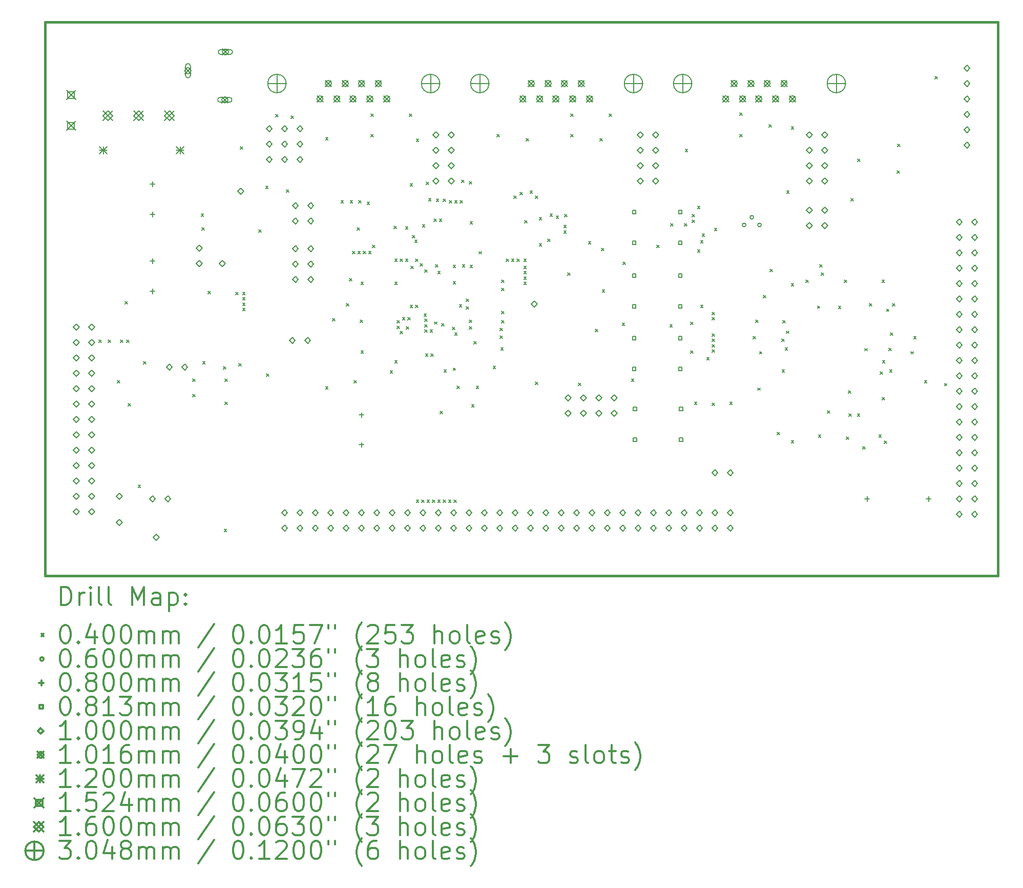
<source format=gbr>
%FSLAX45Y45*%
G04 Gerber Fmt 4.5, Leading zero omitted, Abs format (unit mm)*
G04 Created by KiCad (PCBNEW 5.1.10-88a1d61d58~88~ubuntu18.04.1) date 2021-06-12 18:10:06*
%MOMM*%
%LPD*%
G01*
G04 APERTURE LIST*
%TA.AperFunction,Profile*%
%ADD10C,0.381000*%
%TD*%
%ADD11C,0.200000*%
%ADD12C,0.300000*%
G04 APERTURE END LIST*
D10*
X7112000Y-14732000D02*
X22860000Y-14732000D01*
X7112000Y-5588000D02*
X7112000Y-14732000D01*
X22860000Y-5588000D02*
X7112000Y-5588000D01*
X22860000Y-5588000D02*
X22860000Y-14732000D01*
D11*
X8006400Y-10838500D02*
X8046400Y-10878500D01*
X8046400Y-10838500D02*
X8006400Y-10878500D01*
X8158800Y-10838500D02*
X8198800Y-10878500D01*
X8198800Y-10838500D02*
X8158800Y-10878500D01*
X8311200Y-11511600D02*
X8351200Y-11551600D01*
X8351200Y-11511600D02*
X8311200Y-11551600D01*
X8362000Y-10838500D02*
X8402000Y-10878500D01*
X8402000Y-10838500D02*
X8362000Y-10878500D01*
X8438200Y-10203500D02*
X8478200Y-10243500D01*
X8478200Y-10203500D02*
X8438200Y-10243500D01*
X8463600Y-10838500D02*
X8503600Y-10878500D01*
X8503600Y-10838500D02*
X8463600Y-10878500D01*
X8489000Y-11892600D02*
X8529000Y-11932600D01*
X8529000Y-11892600D02*
X8489000Y-11932600D01*
X8654100Y-13238800D02*
X8694100Y-13278800D01*
X8694100Y-13238800D02*
X8654100Y-13278800D01*
X8743000Y-11194100D02*
X8783000Y-11234100D01*
X8783000Y-11194100D02*
X8743000Y-11234100D01*
X9555800Y-11486200D02*
X9595800Y-11526200D01*
X9595800Y-11486200D02*
X9555800Y-11526200D01*
X9555800Y-11740200D02*
X9595800Y-11780200D01*
X9595800Y-11740200D02*
X9555800Y-11780200D01*
X9695500Y-8755700D02*
X9735500Y-8795700D01*
X9735500Y-8755700D02*
X9695500Y-8795700D01*
X9708200Y-8984300D02*
X9748200Y-9024300D01*
X9748200Y-8984300D02*
X9708200Y-9024300D01*
X9720900Y-11194100D02*
X9760900Y-11234100D01*
X9760900Y-11194100D02*
X9720900Y-11234100D01*
X9809800Y-10038400D02*
X9849800Y-10078400D01*
X9849800Y-10038400D02*
X9809800Y-10078400D01*
X10063800Y-11283000D02*
X10103800Y-11323000D01*
X10103800Y-11283000D02*
X10063800Y-11323000D01*
X10076500Y-13962700D02*
X10116500Y-14002700D01*
X10116500Y-13962700D02*
X10076500Y-14002700D01*
X10089200Y-11486200D02*
X10129200Y-11526200D01*
X10129200Y-11486200D02*
X10089200Y-11526200D01*
X10089200Y-11867200D02*
X10129200Y-11907200D01*
X10129200Y-11867200D02*
X10089200Y-11907200D01*
X10267000Y-10051100D02*
X10307000Y-10091100D01*
X10307000Y-10051100D02*
X10267000Y-10091100D01*
X10317800Y-11232200D02*
X10357800Y-11272200D01*
X10357800Y-11232200D02*
X10317800Y-11272200D01*
X10343200Y-7650800D02*
X10383200Y-7690800D01*
X10383200Y-7650800D02*
X10343200Y-7690800D01*
X10381300Y-10051100D02*
X10421300Y-10091100D01*
X10421300Y-10051100D02*
X10381300Y-10091100D01*
X10381300Y-10140000D02*
X10421300Y-10180000D01*
X10421300Y-10140000D02*
X10381300Y-10180000D01*
X10381300Y-10228900D02*
X10421300Y-10268900D01*
X10421300Y-10228900D02*
X10381300Y-10268900D01*
X10381300Y-10317800D02*
X10421300Y-10357800D01*
X10421300Y-10317800D02*
X10381300Y-10357800D01*
X10648000Y-9022400D02*
X10688000Y-9062400D01*
X10688000Y-9022400D02*
X10648000Y-9062400D01*
X10762300Y-8298500D02*
X10802300Y-8338500D01*
X10802300Y-8298500D02*
X10762300Y-8338500D01*
X10775000Y-11397300D02*
X10815000Y-11437300D01*
X10815000Y-11397300D02*
X10775000Y-11437300D01*
X10927400Y-7117400D02*
X10967400Y-7157400D01*
X10967400Y-7117400D02*
X10927400Y-7157400D01*
X11105200Y-8362000D02*
X11145200Y-8402000D01*
X11145200Y-8362000D02*
X11105200Y-8402000D01*
X11181400Y-7142800D02*
X11221400Y-7182800D01*
X11221400Y-7142800D02*
X11181400Y-7182800D01*
X11752900Y-7498400D02*
X11792900Y-7538400D01*
X11792900Y-7498400D02*
X11752900Y-7538400D01*
X11752900Y-11613200D02*
X11792900Y-11653200D01*
X11792900Y-11613200D02*
X11752900Y-11653200D01*
X11867200Y-10482900D02*
X11907200Y-10522900D01*
X11907200Y-10482900D02*
X11867200Y-10522900D01*
X12006900Y-8539800D02*
X12046900Y-8579800D01*
X12046900Y-8539800D02*
X12006900Y-8579800D01*
X12095800Y-10241600D02*
X12135800Y-10281600D01*
X12135800Y-10241600D02*
X12095800Y-10281600D01*
X12146600Y-9822500D02*
X12186600Y-9862500D01*
X12186600Y-9822500D02*
X12146600Y-9862500D01*
X12159300Y-8539800D02*
X12199300Y-8579800D01*
X12199300Y-8539800D02*
X12159300Y-8579800D01*
X12197400Y-9378000D02*
X12237400Y-9418000D01*
X12237400Y-9378000D02*
X12197400Y-9418000D01*
X12222800Y-11511600D02*
X12262800Y-11551600D01*
X12262800Y-11511600D02*
X12222800Y-11551600D01*
X12273600Y-8984300D02*
X12313600Y-9024300D01*
X12313600Y-8984300D02*
X12273600Y-9024300D01*
X12286300Y-9378000D02*
X12326300Y-9418000D01*
X12326300Y-9378000D02*
X12286300Y-9418000D01*
X12299000Y-8539800D02*
X12339000Y-8579800D01*
X12339000Y-8539800D02*
X12299000Y-8579800D01*
X12324400Y-10508300D02*
X12364400Y-10548300D01*
X12364400Y-10508300D02*
X12324400Y-10548300D01*
X12337100Y-9886000D02*
X12377100Y-9926000D01*
X12377100Y-9886000D02*
X12337100Y-9926000D01*
X12337100Y-11016300D02*
X12377100Y-11056300D01*
X12377100Y-11016300D02*
X12337100Y-11056300D01*
X12375200Y-9378000D02*
X12415200Y-9418000D01*
X12415200Y-9378000D02*
X12375200Y-9418000D01*
X12438700Y-8565200D02*
X12478700Y-8605200D01*
X12478700Y-8565200D02*
X12438700Y-8605200D01*
X12464100Y-9378000D02*
X12504100Y-9418000D01*
X12504100Y-9378000D02*
X12464100Y-9418000D01*
X12502200Y-7104700D02*
X12542200Y-7144700D01*
X12542200Y-7104700D02*
X12502200Y-7144700D01*
X12502200Y-7447600D02*
X12542200Y-7487600D01*
X12542200Y-7447600D02*
X12502200Y-7487600D01*
X12527600Y-9276400D02*
X12567600Y-9316400D01*
X12567600Y-9276400D02*
X12527600Y-9316400D01*
X12819700Y-11346500D02*
X12859700Y-11386500D01*
X12859700Y-11346500D02*
X12819700Y-11386500D01*
X12883200Y-8958900D02*
X12923200Y-8998900D01*
X12923200Y-8958900D02*
X12883200Y-8998900D01*
X12895900Y-9505000D02*
X12935900Y-9545000D01*
X12935900Y-9505000D02*
X12895900Y-9545000D01*
X12895900Y-9886000D02*
X12935900Y-9926000D01*
X12935900Y-9886000D02*
X12895900Y-9926000D01*
X12895900Y-11181400D02*
X12935900Y-11221400D01*
X12935900Y-11181400D02*
X12895900Y-11221400D01*
X12934000Y-10521000D02*
X12974000Y-10561000D01*
X12974000Y-10521000D02*
X12934000Y-10561000D01*
X12934000Y-10609900D02*
X12974000Y-10649900D01*
X12974000Y-10609900D02*
X12934000Y-10649900D01*
X12984800Y-9505000D02*
X13024800Y-9545000D01*
X13024800Y-9505000D02*
X12984800Y-9545000D01*
X12984800Y-10698800D02*
X13024800Y-10738800D01*
X13024800Y-10698800D02*
X12984800Y-10738800D01*
X13022900Y-10470200D02*
X13062900Y-10510200D01*
X13062900Y-10470200D02*
X13022900Y-10510200D01*
X13073700Y-8971600D02*
X13113700Y-9011600D01*
X13113700Y-8971600D02*
X13073700Y-9011600D01*
X13073700Y-9505000D02*
X13113700Y-9545000D01*
X13113700Y-9505000D02*
X13073700Y-9545000D01*
X13086400Y-10622600D02*
X13126400Y-10662600D01*
X13126400Y-10622600D02*
X13086400Y-10662600D01*
X13111800Y-10470200D02*
X13151800Y-10510200D01*
X13151800Y-10470200D02*
X13111800Y-10510200D01*
X13137200Y-7104700D02*
X13177200Y-7144700D01*
X13177200Y-7104700D02*
X13137200Y-7144700D01*
X13149900Y-8260400D02*
X13189900Y-8300400D01*
X13189900Y-8260400D02*
X13149900Y-8300400D01*
X13149900Y-10267000D02*
X13189900Y-10307000D01*
X13189900Y-10267000D02*
X13149900Y-10307000D01*
X13162600Y-9619300D02*
X13202600Y-9659300D01*
X13202600Y-9619300D02*
X13162600Y-9659300D01*
X13188000Y-9111300D02*
X13228000Y-9151300D01*
X13228000Y-9111300D02*
X13188000Y-9151300D01*
X13226100Y-9187500D02*
X13266100Y-9227500D01*
X13266100Y-9187500D02*
X13226100Y-9227500D01*
X13238800Y-9505000D02*
X13278800Y-9545000D01*
X13278800Y-9505000D02*
X13238800Y-9545000D01*
X13238800Y-10267000D02*
X13278800Y-10307000D01*
X13278800Y-10267000D02*
X13238800Y-10307000D01*
X13251500Y-7523800D02*
X13291500Y-7563800D01*
X13291500Y-7523800D02*
X13251500Y-7563800D01*
X13251500Y-13480100D02*
X13291500Y-13520100D01*
X13291500Y-13480100D02*
X13251500Y-13520100D01*
X13315000Y-9581200D02*
X13355000Y-9621200D01*
X13355000Y-9581200D02*
X13315000Y-9621200D01*
X13340400Y-13480100D02*
X13380400Y-13520100D01*
X13380400Y-13480100D02*
X13340400Y-13520100D01*
X13353100Y-8933500D02*
X13393100Y-8973500D01*
X13393100Y-8933500D02*
X13353100Y-8973500D01*
X13378500Y-10406700D02*
X13418500Y-10446700D01*
X13418500Y-10406700D02*
X13378500Y-10446700D01*
X13391200Y-9682800D02*
X13431200Y-9722800D01*
X13431200Y-9682800D02*
X13391200Y-9722800D01*
X13391200Y-10495600D02*
X13431200Y-10535600D01*
X13431200Y-10495600D02*
X13391200Y-10535600D01*
X13391200Y-10584500D02*
X13431200Y-10624500D01*
X13431200Y-10584500D02*
X13391200Y-10624500D01*
X13391200Y-10673400D02*
X13431200Y-10713400D01*
X13431200Y-10673400D02*
X13391200Y-10713400D01*
X13403900Y-11067100D02*
X13443900Y-11107100D01*
X13443900Y-11067100D02*
X13403900Y-11107100D01*
X13416600Y-8235000D02*
X13456600Y-8275000D01*
X13456600Y-8235000D02*
X13416600Y-8275000D01*
X13429300Y-13480100D02*
X13469300Y-13520100D01*
X13469300Y-13480100D02*
X13429300Y-13520100D01*
X13454700Y-8501700D02*
X13494700Y-8541700D01*
X13494700Y-8501700D02*
X13454700Y-8541700D01*
X13480100Y-10673400D02*
X13520100Y-10713400D01*
X13520100Y-10673400D02*
X13480100Y-10713400D01*
X13492800Y-11067100D02*
X13532800Y-11107100D01*
X13532800Y-11067100D02*
X13492800Y-11107100D01*
X13518200Y-13480100D02*
X13558200Y-13520100D01*
X13558200Y-13480100D02*
X13518200Y-13520100D01*
X13543600Y-8844600D02*
X13583600Y-8884600D01*
X13583600Y-8844600D02*
X13543600Y-8884600D01*
X13550000Y-10540000D02*
X13590000Y-10580000D01*
X13590000Y-10540000D02*
X13550000Y-10580000D01*
X13569000Y-9593900D02*
X13609000Y-9633900D01*
X13609000Y-9593900D02*
X13569000Y-9633900D01*
X13581700Y-8514400D02*
X13621700Y-8554400D01*
X13621700Y-8514400D02*
X13581700Y-8554400D01*
X13607100Y-9708200D02*
X13647100Y-9748200D01*
X13647100Y-9708200D02*
X13607100Y-9748200D01*
X13607100Y-13480100D02*
X13647100Y-13520100D01*
X13647100Y-13480100D02*
X13607100Y-13520100D01*
X13632500Y-8844600D02*
X13672500Y-8884600D01*
X13672500Y-8844600D02*
X13632500Y-8884600D01*
X13645200Y-12019600D02*
X13685200Y-12059600D01*
X13685200Y-12019600D02*
X13645200Y-12059600D01*
X13670600Y-10571800D02*
X13710600Y-10611800D01*
X13710600Y-10571800D02*
X13670600Y-10611800D01*
X13696000Y-8514400D02*
X13736000Y-8554400D01*
X13736000Y-8514400D02*
X13696000Y-8554400D01*
X13696000Y-13480100D02*
X13736000Y-13520100D01*
X13736000Y-13480100D02*
X13696000Y-13520100D01*
X13708700Y-11333800D02*
X13748700Y-11373800D01*
X13748700Y-11333800D02*
X13708700Y-11373800D01*
X13784900Y-13480100D02*
X13824900Y-13520100D01*
X13824900Y-13480100D02*
X13784900Y-13520100D01*
X13797600Y-8539800D02*
X13837600Y-8579800D01*
X13837600Y-8539800D02*
X13797600Y-8579800D01*
X13850000Y-10630000D02*
X13890000Y-10670000D01*
X13890000Y-10630000D02*
X13850000Y-10670000D01*
X13860000Y-11300000D02*
X13900000Y-11340000D01*
X13900000Y-11300000D02*
X13860000Y-11340000D01*
X13861100Y-9606600D02*
X13901100Y-9646600D01*
X13901100Y-9606600D02*
X13861100Y-9646600D01*
X13861100Y-9873300D02*
X13901100Y-9913300D01*
X13901100Y-9873300D02*
X13861100Y-9913300D01*
X13873800Y-13480100D02*
X13913800Y-13520100D01*
X13913800Y-13480100D02*
X13873800Y-13520100D01*
X13886500Y-8539800D02*
X13926500Y-8579800D01*
X13926500Y-8539800D02*
X13886500Y-8579800D01*
X13886500Y-10724200D02*
X13926500Y-10764200D01*
X13926500Y-10724200D02*
X13886500Y-10764200D01*
X13924600Y-11600500D02*
X13964600Y-11640500D01*
X13964600Y-11600500D02*
X13924600Y-11640500D01*
X13962700Y-10254300D02*
X14002700Y-10294300D01*
X14002700Y-10254300D02*
X13962700Y-10294300D01*
X13975400Y-8539800D02*
X14015400Y-8579800D01*
X14015400Y-8539800D02*
X13975400Y-8579800D01*
X14000800Y-8196900D02*
X14040800Y-8236900D01*
X14040800Y-8196900D02*
X14000800Y-8236900D01*
X14013500Y-9593900D02*
X14053500Y-9633900D01*
X14053500Y-9593900D02*
X14013500Y-9633900D01*
X14077000Y-10165400D02*
X14117000Y-10205400D01*
X14117000Y-10165400D02*
X14077000Y-10205400D01*
X14077000Y-10292400D02*
X14117000Y-10332400D01*
X14117000Y-10292400D02*
X14077000Y-10332400D01*
X14127800Y-8222300D02*
X14167800Y-8262300D01*
X14167800Y-8222300D02*
X14127800Y-8262300D01*
X14127800Y-10508300D02*
X14167800Y-10548300D01*
X14167800Y-10508300D02*
X14127800Y-10548300D01*
X14127800Y-10622600D02*
X14167800Y-10662600D01*
X14167800Y-10622600D02*
X14127800Y-10662600D01*
X14140500Y-8882700D02*
X14180500Y-8922700D01*
X14180500Y-8882700D02*
X14140500Y-8922700D01*
X14140500Y-9606600D02*
X14180500Y-9646600D01*
X14180500Y-9606600D02*
X14140500Y-9646600D01*
X14165900Y-11905300D02*
X14205900Y-11945300D01*
X14205900Y-11905300D02*
X14165900Y-11945300D01*
X14204000Y-10863900D02*
X14244000Y-10903900D01*
X14244000Y-10863900D02*
X14204000Y-10903900D01*
X14242100Y-11600500D02*
X14282100Y-11640500D01*
X14282100Y-11600500D02*
X14242100Y-11640500D01*
X14290000Y-9380000D02*
X14330000Y-9420000D01*
X14330000Y-9380000D02*
X14290000Y-9420000D01*
X14521500Y-11270300D02*
X14561500Y-11310300D01*
X14561500Y-11270300D02*
X14521500Y-11310300D01*
X14585000Y-7447600D02*
X14625000Y-7487600D01*
X14625000Y-7447600D02*
X14585000Y-7487600D01*
X14635800Y-10648000D02*
X14675800Y-10688000D01*
X14675800Y-10648000D02*
X14635800Y-10688000D01*
X14635800Y-10775000D02*
X14675800Y-10815000D01*
X14675800Y-10775000D02*
X14635800Y-10815000D01*
X14648500Y-10965500D02*
X14688500Y-11005500D01*
X14688500Y-10965500D02*
X14648500Y-11005500D01*
X14661200Y-9847900D02*
X14701200Y-9887900D01*
X14701200Y-9847900D02*
X14661200Y-9887900D01*
X14661200Y-9987600D02*
X14701200Y-10027600D01*
X14701200Y-9987600D02*
X14661200Y-10027600D01*
X14661200Y-10368600D02*
X14701200Y-10408600D01*
X14701200Y-10368600D02*
X14661200Y-10408600D01*
X14661200Y-10521000D02*
X14701200Y-10561000D01*
X14701200Y-10521000D02*
X14661200Y-10561000D01*
X14737400Y-9505000D02*
X14777400Y-9545000D01*
X14777400Y-9505000D02*
X14737400Y-9545000D01*
X14826300Y-9505000D02*
X14866300Y-9545000D01*
X14866300Y-9505000D02*
X14826300Y-9545000D01*
X14864400Y-8463600D02*
X14904400Y-8503600D01*
X14904400Y-8463600D02*
X14864400Y-8503600D01*
X14915200Y-9505000D02*
X14955200Y-9545000D01*
X14955200Y-9505000D02*
X14915200Y-9545000D01*
X14966000Y-8400100D02*
X15006000Y-8440100D01*
X15006000Y-8400100D02*
X14966000Y-8440100D01*
X15029500Y-9505000D02*
X15069500Y-9545000D01*
X15069500Y-9505000D02*
X15029500Y-9545000D01*
X15029500Y-9619300D02*
X15069500Y-9659300D01*
X15069500Y-9619300D02*
X15029500Y-9659300D01*
X15029500Y-9708200D02*
X15069500Y-9748200D01*
X15069500Y-9708200D02*
X15029500Y-9748200D01*
X15029500Y-9797100D02*
X15069500Y-9837100D01*
X15069500Y-9797100D02*
X15029500Y-9837100D01*
X15029500Y-9886000D02*
X15069500Y-9926000D01*
X15069500Y-9886000D02*
X15029500Y-9926000D01*
X15042200Y-8870000D02*
X15082200Y-8910000D01*
X15082200Y-8870000D02*
X15042200Y-8910000D01*
X15067600Y-7511100D02*
X15107600Y-7551100D01*
X15107600Y-7511100D02*
X15067600Y-7551100D01*
X15131100Y-8374700D02*
X15171100Y-8414700D01*
X15171100Y-8374700D02*
X15131100Y-8414700D01*
X15220000Y-8463600D02*
X15260000Y-8503600D01*
X15260000Y-8463600D02*
X15220000Y-8503600D01*
X15220000Y-11537000D02*
X15260000Y-11577000D01*
X15260000Y-11537000D02*
X15220000Y-11577000D01*
X15283500Y-8819200D02*
X15323500Y-8859200D01*
X15323500Y-8819200D02*
X15283500Y-8859200D01*
X15283500Y-9251000D02*
X15323500Y-9291000D01*
X15323500Y-9251000D02*
X15283500Y-9291000D01*
X15423200Y-9174800D02*
X15463200Y-9214800D01*
X15463200Y-9174800D02*
X15423200Y-9214800D01*
X15461300Y-8755700D02*
X15501300Y-8795700D01*
X15501300Y-8755700D02*
X15461300Y-8795700D01*
X15562900Y-8793800D02*
X15602900Y-8833800D01*
X15602900Y-8793800D02*
X15562900Y-8833800D01*
X15689900Y-8946200D02*
X15729900Y-8986200D01*
X15729900Y-8946200D02*
X15689900Y-8986200D01*
X15689900Y-9035100D02*
X15729900Y-9075100D01*
X15729900Y-9035100D02*
X15689900Y-9075100D01*
X15702600Y-8768400D02*
X15742600Y-8808400D01*
X15742600Y-8768400D02*
X15702600Y-8808400D01*
X15753400Y-9733600D02*
X15793400Y-9773600D01*
X15793400Y-9733600D02*
X15753400Y-9773600D01*
X15804200Y-7104700D02*
X15844200Y-7144700D01*
X15844200Y-7104700D02*
X15804200Y-7144700D01*
X15804200Y-7447600D02*
X15844200Y-7487600D01*
X15844200Y-7447600D02*
X15804200Y-7487600D01*
X15931200Y-11549700D02*
X15971200Y-11589700D01*
X15971200Y-11549700D02*
X15931200Y-11589700D01*
X16096300Y-9212900D02*
X16136300Y-9252900D01*
X16136300Y-9212900D02*
X16096300Y-9252900D01*
X16210600Y-10660700D02*
X16250600Y-10700700D01*
X16250600Y-10660700D02*
X16210600Y-10700700D01*
X16286800Y-7511100D02*
X16326800Y-7551100D01*
X16326800Y-7511100D02*
X16286800Y-7551100D01*
X16312200Y-9327200D02*
X16352200Y-9367200D01*
X16352200Y-9327200D02*
X16312200Y-9367200D01*
X16324900Y-10013000D02*
X16364900Y-10053000D01*
X16364900Y-10013000D02*
X16324900Y-10053000D01*
X16439200Y-7104700D02*
X16479200Y-7144700D01*
X16479200Y-7104700D02*
X16439200Y-7144700D01*
X16655100Y-10559100D02*
X16695100Y-10599100D01*
X16695100Y-10559100D02*
X16655100Y-10599100D01*
X16667800Y-9555800D02*
X16707800Y-9595800D01*
X16707800Y-9555800D02*
X16667800Y-9595800D01*
X16807500Y-11486200D02*
X16847500Y-11526200D01*
X16847500Y-11486200D02*
X16807500Y-11526200D01*
X17226600Y-9276400D02*
X17266600Y-9316400D01*
X17266600Y-9276400D02*
X17226600Y-9316400D01*
X17442500Y-10584500D02*
X17482500Y-10624500D01*
X17482500Y-10584500D02*
X17442500Y-10624500D01*
X17455200Y-8920800D02*
X17495200Y-8960800D01*
X17495200Y-8920800D02*
X17455200Y-8960800D01*
X17683800Y-8920800D02*
X17723800Y-8960800D01*
X17723800Y-8920800D02*
X17683800Y-8960800D01*
X17696500Y-7688900D02*
X17736500Y-7728900D01*
X17736500Y-7688900D02*
X17696500Y-7728900D01*
X17785400Y-10546400D02*
X17825400Y-10586400D01*
X17825400Y-10546400D02*
X17785400Y-10586400D01*
X17785400Y-11016300D02*
X17825400Y-11056300D01*
X17825400Y-11016300D02*
X17785400Y-11056300D01*
X17810800Y-8768400D02*
X17850800Y-8808400D01*
X17850800Y-8768400D02*
X17810800Y-8808400D01*
X17810800Y-8857300D02*
X17850800Y-8897300D01*
X17850800Y-8857300D02*
X17810800Y-8897300D01*
X17848900Y-11867200D02*
X17888900Y-11907200D01*
X17888900Y-11867200D02*
X17848900Y-11907200D01*
X17899700Y-8628700D02*
X17939700Y-8668700D01*
X17939700Y-8628700D02*
X17899700Y-8668700D01*
X17899700Y-9352600D02*
X17939700Y-9392600D01*
X17939700Y-9352600D02*
X17899700Y-9392600D01*
X17950500Y-9200200D02*
X17990500Y-9240200D01*
X17990500Y-9200200D02*
X17950500Y-9240200D01*
X17950500Y-10267000D02*
X17990500Y-10307000D01*
X17990500Y-10267000D02*
X17950500Y-10307000D01*
X17975900Y-9085900D02*
X18015900Y-9125900D01*
X18015900Y-9085900D02*
X17975900Y-9125900D01*
X18052100Y-11125774D02*
X18092100Y-11165774D01*
X18092100Y-11125774D02*
X18052100Y-11165774D01*
X18141000Y-10381300D02*
X18181000Y-10421300D01*
X18181000Y-10381300D02*
X18141000Y-10421300D01*
X18141000Y-10470200D02*
X18181000Y-10510200D01*
X18181000Y-10470200D02*
X18141000Y-10510200D01*
X18141000Y-10736900D02*
X18181000Y-10776900D01*
X18181000Y-10736900D02*
X18141000Y-10776900D01*
X18141000Y-10825800D02*
X18181000Y-10865800D01*
X18181000Y-10825800D02*
X18141000Y-10865800D01*
X18141000Y-10914700D02*
X18181000Y-10954700D01*
X18181000Y-10914700D02*
X18141000Y-10954700D01*
X18141000Y-11003600D02*
X18181000Y-11043600D01*
X18181000Y-11003600D02*
X18141000Y-11043600D01*
X18141000Y-11879900D02*
X18181000Y-11919900D01*
X18181000Y-11879900D02*
X18141000Y-11919900D01*
X18179100Y-8997000D02*
X18219100Y-9037000D01*
X18219100Y-8997000D02*
X18179100Y-9037000D01*
X18433100Y-11867200D02*
X18473100Y-11907200D01*
X18473100Y-11867200D02*
X18433100Y-11907200D01*
X18598200Y-7092000D02*
X18638200Y-7132000D01*
X18638200Y-7092000D02*
X18598200Y-7132000D01*
X18598200Y-7447600D02*
X18638200Y-7487600D01*
X18638200Y-7447600D02*
X18598200Y-7487600D01*
X18817402Y-10782112D02*
X18857402Y-10822112D01*
X18857402Y-10782112D02*
X18817402Y-10822112D01*
X18859820Y-10512110D02*
X18899820Y-10552110D01*
X18899820Y-10512110D02*
X18859820Y-10552110D01*
X18895634Y-11630980D02*
X18935634Y-11670980D01*
X18935634Y-11630980D02*
X18895634Y-11670980D01*
X18923828Y-11030270D02*
X18963828Y-11070270D01*
X18963828Y-11030270D02*
X18923828Y-11070270D01*
X18984788Y-10100630D02*
X19024788Y-10140630D01*
X19024788Y-10100630D02*
X18984788Y-10140630D01*
X19080800Y-7282500D02*
X19120800Y-7322500D01*
X19120800Y-7282500D02*
X19080800Y-7322500D01*
X19095278Y-9670608D02*
X19135278Y-9710608D01*
X19135278Y-9670608D02*
X19095278Y-9710608D01*
X19213388Y-12364532D02*
X19253388Y-12404532D01*
X19253388Y-12364532D02*
X19213388Y-12404532D01*
X19292636Y-10825546D02*
X19332636Y-10865546D01*
X19332636Y-10825546D02*
X19292636Y-10865546D01*
X19296700Y-11333800D02*
X19336700Y-11373800D01*
X19336700Y-11333800D02*
X19296700Y-11373800D01*
X19309400Y-10521000D02*
X19349400Y-10561000D01*
X19349400Y-10521000D02*
X19309400Y-10561000D01*
X19347500Y-10965500D02*
X19387500Y-11005500D01*
X19387500Y-10965500D02*
X19347500Y-11005500D01*
X19370360Y-10691180D02*
X19410360Y-10731180D01*
X19410360Y-10691180D02*
X19370360Y-10731180D01*
X19372900Y-8374700D02*
X19412900Y-8414700D01*
X19412900Y-8374700D02*
X19372900Y-8414700D01*
X19447830Y-9905304D02*
X19487830Y-9945304D01*
X19487830Y-9905304D02*
X19447830Y-9945304D01*
X19449100Y-7320600D02*
X19489100Y-7360600D01*
X19489100Y-7320600D02*
X19449100Y-7360600D01*
X19449100Y-12502200D02*
X19489100Y-12542200D01*
X19489100Y-12502200D02*
X19449100Y-12542200D01*
X19690400Y-9847900D02*
X19730400Y-9887900D01*
X19730400Y-9847900D02*
X19690400Y-9887900D01*
X19880900Y-10277668D02*
X19920900Y-10317668D01*
X19920900Y-10277668D02*
X19880900Y-10317668D01*
X19897410Y-12407204D02*
X19937410Y-12447204D01*
X19937410Y-12407204D02*
X19897410Y-12447204D01*
X19919000Y-9593900D02*
X19959000Y-9633900D01*
X19959000Y-9593900D02*
X19919000Y-9633900D01*
X19944400Y-9733600D02*
X19984400Y-9773600D01*
X19984400Y-9733600D02*
X19944400Y-9773600D01*
X20046000Y-12006900D02*
X20086000Y-12046900D01*
X20086000Y-12006900D02*
X20046000Y-12046900D01*
X20228118Y-10279700D02*
X20268118Y-10319700D01*
X20268118Y-10279700D02*
X20228118Y-10319700D01*
X20325400Y-9847392D02*
X20365400Y-9887392D01*
X20365400Y-9847392D02*
X20325400Y-9887392D01*
X20359436Y-12441748D02*
X20399436Y-12481748D01*
X20399436Y-12441748D02*
X20359436Y-12481748D01*
X20394488Y-11675430D02*
X20434488Y-11715430D01*
X20434488Y-11675430D02*
X20394488Y-11715430D01*
X20401600Y-12057700D02*
X20441600Y-12097700D01*
X20441600Y-12057700D02*
X20401600Y-12097700D01*
X20436652Y-8501192D02*
X20476652Y-8541192D01*
X20476652Y-8501192D02*
X20436652Y-8541192D01*
X20541300Y-12057700D02*
X20581300Y-12097700D01*
X20581300Y-12057700D02*
X20541300Y-12097700D01*
X20546126Y-7854000D02*
X20586126Y-7894000D01*
X20586126Y-7854000D02*
X20546126Y-7894000D01*
X20630200Y-12603800D02*
X20670200Y-12643800D01*
X20670200Y-12603800D02*
X20630200Y-12643800D01*
X20663474Y-10978708D02*
X20703474Y-11018708D01*
X20703474Y-10978708D02*
X20663474Y-11018708D01*
X20741960Y-10236520D02*
X20781960Y-10276520D01*
X20781960Y-10236520D02*
X20741960Y-10276520D01*
X20896646Y-12406442D02*
X20936646Y-12446442D01*
X20936646Y-12406442D02*
X20896646Y-12446442D01*
X20917982Y-11366058D02*
X20957982Y-11406058D01*
X20957982Y-11366058D02*
X20917982Y-11406058D01*
X20947700Y-9849424D02*
X20987700Y-9889424D01*
X20987700Y-9849424D02*
X20947700Y-9889424D01*
X20953288Y-11789476D02*
X20993288Y-11829476D01*
X20993288Y-11789476D02*
X20953288Y-11829476D01*
X20954812Y-11180892D02*
X20994812Y-11220892D01*
X20994812Y-11180892D02*
X20954812Y-11220892D01*
X20987324Y-12507534D02*
X21027324Y-12547534D01*
X21027324Y-12507534D02*
X20987324Y-12547534D01*
X21023138Y-10327706D02*
X21063138Y-10367706D01*
X21063138Y-10327706D02*
X21023138Y-10367706D01*
X21062000Y-10978200D02*
X21102000Y-11018200D01*
X21102000Y-10978200D02*
X21062000Y-11018200D01*
X21074700Y-11333800D02*
X21114700Y-11373800D01*
X21114700Y-11333800D02*
X21074700Y-11373800D01*
X21087400Y-10724200D02*
X21127400Y-10764200D01*
X21127400Y-10724200D02*
X21087400Y-10764200D01*
X21121436Y-10236774D02*
X21161436Y-10276774D01*
X21161436Y-10236774D02*
X21121436Y-10276774D01*
X21199414Y-8044500D02*
X21239414Y-8084500D01*
X21239414Y-8044500D02*
X21199414Y-8084500D01*
X21203732Y-7604826D02*
X21243732Y-7644826D01*
X21243732Y-7604826D02*
X21203732Y-7644826D01*
X21425474Y-11030270D02*
X21465474Y-11070270D01*
X21465474Y-11030270D02*
X21425474Y-11070270D01*
X21471448Y-10780588D02*
X21511448Y-10820588D01*
X21511448Y-10780588D02*
X21471448Y-10820588D01*
X21648994Y-11508044D02*
X21688994Y-11548044D01*
X21688994Y-11508044D02*
X21648994Y-11548044D01*
X21824000Y-6490274D02*
X21864000Y-6530274D01*
X21864000Y-6490274D02*
X21824000Y-6530274D01*
X21980210Y-11555542D02*
X22020210Y-11595542D01*
X22020210Y-11555542D02*
X21980210Y-11595542D01*
X18699000Y-8940800D02*
G75*
G03*
X18699000Y-8940800I-30000J0D01*
G01*
X18826000Y-8813800D02*
G75*
G03*
X18826000Y-8813800I-30000J0D01*
G01*
X18953000Y-8940800D02*
G75*
G03*
X18953000Y-8940800I-30000J0D01*
G01*
X8890000Y-8223000D02*
X8890000Y-8303000D01*
X8850000Y-8263000D02*
X8930000Y-8263000D01*
X8890000Y-8723000D02*
X8890000Y-8803000D01*
X8850000Y-8763000D02*
X8930000Y-8763000D01*
X8890000Y-9493000D02*
X8890000Y-9573000D01*
X8850000Y-9533000D02*
X8930000Y-9533000D01*
X8890000Y-9993000D02*
X8890000Y-10073000D01*
X8850000Y-10033000D02*
X8930000Y-10033000D01*
X12344400Y-12037700D02*
X12344400Y-12117700D01*
X12304400Y-12077700D02*
X12384400Y-12077700D01*
X12344400Y-12527700D02*
X12344400Y-12607700D01*
X12304400Y-12567700D02*
X12384400Y-12567700D01*
X20701000Y-13422000D02*
X20701000Y-13502000D01*
X20661000Y-13462000D02*
X20741000Y-13462000D01*
X21717000Y-13422000D02*
X21717000Y-13502000D01*
X21677000Y-13462000D02*
X21757000Y-13462000D01*
X16881637Y-8753637D02*
X16881637Y-8696163D01*
X16824163Y-8696163D01*
X16824163Y-8753637D01*
X16881637Y-8753637D01*
X16881637Y-9261637D02*
X16881637Y-9204163D01*
X16824163Y-9204163D01*
X16824163Y-9261637D01*
X16881637Y-9261637D01*
X16881637Y-9807737D02*
X16881637Y-9750263D01*
X16824163Y-9750263D01*
X16824163Y-9807737D01*
X16881637Y-9807737D01*
X16881637Y-10315737D02*
X16881637Y-10258263D01*
X16824163Y-10258263D01*
X16824163Y-10315737D01*
X16881637Y-10315737D01*
X16881637Y-10836437D02*
X16881637Y-10778963D01*
X16824163Y-10778963D01*
X16824163Y-10836437D01*
X16881637Y-10836437D01*
X16881637Y-11344437D02*
X16881637Y-11286963D01*
X16824163Y-11286963D01*
X16824163Y-11344437D01*
X16881637Y-11344437D01*
X16894337Y-12004837D02*
X16894337Y-11947363D01*
X16836863Y-11947363D01*
X16836863Y-12004837D01*
X16894337Y-12004837D01*
X16894337Y-12512837D02*
X16894337Y-12455363D01*
X16836863Y-12455363D01*
X16836863Y-12512837D01*
X16894337Y-12512837D01*
X17643637Y-8753637D02*
X17643637Y-8696163D01*
X17586163Y-8696163D01*
X17586163Y-8753637D01*
X17643637Y-8753637D01*
X17643637Y-9261637D02*
X17643637Y-9204163D01*
X17586163Y-9204163D01*
X17586163Y-9261637D01*
X17643637Y-9261637D01*
X17643637Y-9807737D02*
X17643637Y-9750263D01*
X17586163Y-9750263D01*
X17586163Y-9807737D01*
X17643637Y-9807737D01*
X17643637Y-10315737D02*
X17643637Y-10258263D01*
X17586163Y-10258263D01*
X17586163Y-10315737D01*
X17643637Y-10315737D01*
X17643637Y-10836437D02*
X17643637Y-10778963D01*
X17586163Y-10778963D01*
X17586163Y-10836437D01*
X17643637Y-10836437D01*
X17643637Y-11344437D02*
X17643637Y-11286963D01*
X17586163Y-11286963D01*
X17586163Y-11344437D01*
X17643637Y-11344437D01*
X17656337Y-12004837D02*
X17656337Y-11947363D01*
X17598863Y-11947363D01*
X17598863Y-12004837D01*
X17656337Y-12004837D01*
X17656337Y-12512837D02*
X17656337Y-12455363D01*
X17598863Y-12455363D01*
X17598863Y-12512837D01*
X17656337Y-12512837D01*
X7632700Y-10679900D02*
X7682700Y-10629900D01*
X7632700Y-10579900D01*
X7582700Y-10629900D01*
X7632700Y-10679900D01*
X7632700Y-10933900D02*
X7682700Y-10883900D01*
X7632700Y-10833900D01*
X7582700Y-10883900D01*
X7632700Y-10933900D01*
X7632700Y-11187900D02*
X7682700Y-11137900D01*
X7632700Y-11087900D01*
X7582700Y-11137900D01*
X7632700Y-11187900D01*
X7632700Y-11441900D02*
X7682700Y-11391900D01*
X7632700Y-11341900D01*
X7582700Y-11391900D01*
X7632700Y-11441900D01*
X7632700Y-11695900D02*
X7682700Y-11645900D01*
X7632700Y-11595900D01*
X7582700Y-11645900D01*
X7632700Y-11695900D01*
X7632700Y-11949900D02*
X7682700Y-11899900D01*
X7632700Y-11849900D01*
X7582700Y-11899900D01*
X7632700Y-11949900D01*
X7632700Y-12203900D02*
X7682700Y-12153900D01*
X7632700Y-12103900D01*
X7582700Y-12153900D01*
X7632700Y-12203900D01*
X7632700Y-12457900D02*
X7682700Y-12407900D01*
X7632700Y-12357900D01*
X7582700Y-12407900D01*
X7632700Y-12457900D01*
X7632700Y-12711900D02*
X7682700Y-12661900D01*
X7632700Y-12611900D01*
X7582700Y-12661900D01*
X7632700Y-12711900D01*
X7632700Y-12965900D02*
X7682700Y-12915900D01*
X7632700Y-12865900D01*
X7582700Y-12915900D01*
X7632700Y-12965900D01*
X7632700Y-13219900D02*
X7682700Y-13169900D01*
X7632700Y-13119900D01*
X7582700Y-13169900D01*
X7632700Y-13219900D01*
X7632700Y-13473900D02*
X7682700Y-13423900D01*
X7632700Y-13373900D01*
X7582700Y-13423900D01*
X7632700Y-13473900D01*
X7632700Y-13727900D02*
X7682700Y-13677900D01*
X7632700Y-13627900D01*
X7582700Y-13677900D01*
X7632700Y-13727900D01*
X7886700Y-10679900D02*
X7936700Y-10629900D01*
X7886700Y-10579900D01*
X7836700Y-10629900D01*
X7886700Y-10679900D01*
X7886700Y-10933900D02*
X7936700Y-10883900D01*
X7886700Y-10833900D01*
X7836700Y-10883900D01*
X7886700Y-10933900D01*
X7886700Y-11187900D02*
X7936700Y-11137900D01*
X7886700Y-11087900D01*
X7836700Y-11137900D01*
X7886700Y-11187900D01*
X7886700Y-11441900D02*
X7936700Y-11391900D01*
X7886700Y-11341900D01*
X7836700Y-11391900D01*
X7886700Y-11441900D01*
X7886700Y-11695900D02*
X7936700Y-11645900D01*
X7886700Y-11595900D01*
X7836700Y-11645900D01*
X7886700Y-11695900D01*
X7886700Y-11949900D02*
X7936700Y-11899900D01*
X7886700Y-11849900D01*
X7836700Y-11899900D01*
X7886700Y-11949900D01*
X7886700Y-12203900D02*
X7936700Y-12153900D01*
X7886700Y-12103900D01*
X7836700Y-12153900D01*
X7886700Y-12203900D01*
X7886700Y-12457900D02*
X7936700Y-12407900D01*
X7886700Y-12357900D01*
X7836700Y-12407900D01*
X7886700Y-12457900D01*
X7886700Y-12711900D02*
X7936700Y-12661900D01*
X7886700Y-12611900D01*
X7836700Y-12661900D01*
X7886700Y-12711900D01*
X7886700Y-12965900D02*
X7936700Y-12915900D01*
X7886700Y-12865900D01*
X7836700Y-12915900D01*
X7886700Y-12965900D01*
X7886700Y-13219900D02*
X7936700Y-13169900D01*
X7886700Y-13119900D01*
X7836700Y-13169900D01*
X7886700Y-13219900D01*
X7886700Y-13473900D02*
X7936700Y-13423900D01*
X7886700Y-13373900D01*
X7836700Y-13423900D01*
X7886700Y-13473900D01*
X7886700Y-13727900D02*
X7936700Y-13677900D01*
X7886700Y-13627900D01*
X7836700Y-13677900D01*
X7886700Y-13727900D01*
X8343900Y-13473900D02*
X8393900Y-13423900D01*
X8343900Y-13373900D01*
X8293900Y-13423900D01*
X8343900Y-13473900D01*
X8343900Y-13905700D02*
X8393900Y-13855700D01*
X8343900Y-13805700D01*
X8293900Y-13855700D01*
X8343900Y-13905700D01*
X8890000Y-13512000D02*
X8940000Y-13462000D01*
X8890000Y-13412000D01*
X8840000Y-13462000D01*
X8890000Y-13512000D01*
X8953500Y-14147000D02*
X9003500Y-14097000D01*
X8953500Y-14047000D01*
X8903500Y-14097000D01*
X8953500Y-14147000D01*
X9144000Y-13512000D02*
X9194000Y-13462000D01*
X9144000Y-13412000D01*
X9094000Y-13462000D01*
X9144000Y-13512000D01*
X9169400Y-11340300D02*
X9219400Y-11290300D01*
X9169400Y-11240300D01*
X9119400Y-11290300D01*
X9169400Y-11340300D01*
X9423400Y-11340300D02*
X9473400Y-11290300D01*
X9423400Y-11240300D01*
X9373400Y-11290300D01*
X9423400Y-11340300D01*
X9664700Y-9371800D02*
X9714700Y-9321800D01*
X9664700Y-9271800D01*
X9614700Y-9321800D01*
X9664700Y-9371800D01*
X9664700Y-9625800D02*
X9714700Y-9575800D01*
X9664700Y-9525800D01*
X9614700Y-9575800D01*
X9664700Y-9625800D01*
X10045700Y-9625800D02*
X10095700Y-9575800D01*
X10045700Y-9525800D01*
X9995700Y-9575800D01*
X10045700Y-9625800D01*
X10350500Y-8432000D02*
X10400500Y-8382000D01*
X10350500Y-8332000D01*
X10300500Y-8382000D01*
X10350500Y-8432000D01*
X10820400Y-7403300D02*
X10870400Y-7353300D01*
X10820400Y-7303300D01*
X10770400Y-7353300D01*
X10820400Y-7403300D01*
X10820400Y-7657300D02*
X10870400Y-7607300D01*
X10820400Y-7557300D01*
X10770400Y-7607300D01*
X10820400Y-7657300D01*
X10820400Y-7911300D02*
X10870400Y-7861300D01*
X10820400Y-7811300D01*
X10770400Y-7861300D01*
X10820400Y-7911300D01*
X11074400Y-7403300D02*
X11124400Y-7353300D01*
X11074400Y-7303300D01*
X11024400Y-7353300D01*
X11074400Y-7403300D01*
X11074400Y-7657300D02*
X11124400Y-7607300D01*
X11074400Y-7557300D01*
X11024400Y-7607300D01*
X11074400Y-7657300D01*
X11074400Y-7911300D02*
X11124400Y-7861300D01*
X11074400Y-7811300D01*
X11024400Y-7861300D01*
X11074400Y-7911300D01*
X11074400Y-13740600D02*
X11124400Y-13690600D01*
X11074400Y-13640600D01*
X11024400Y-13690600D01*
X11074400Y-13740600D01*
X11074400Y-13994600D02*
X11124400Y-13944600D01*
X11074400Y-13894600D01*
X11024400Y-13944600D01*
X11074400Y-13994600D01*
X11201400Y-10895800D02*
X11251400Y-10845800D01*
X11201400Y-10795800D01*
X11151400Y-10845800D01*
X11201400Y-10895800D01*
X11252200Y-8673300D02*
X11302200Y-8623300D01*
X11252200Y-8573300D01*
X11202200Y-8623300D01*
X11252200Y-8673300D01*
X11252200Y-8927300D02*
X11302200Y-8877300D01*
X11252200Y-8827300D01*
X11202200Y-8877300D01*
X11252200Y-8927300D01*
X11252200Y-9384500D02*
X11302200Y-9334500D01*
X11252200Y-9284500D01*
X11202200Y-9334500D01*
X11252200Y-9384500D01*
X11252200Y-9638500D02*
X11302200Y-9588500D01*
X11252200Y-9538500D01*
X11202200Y-9588500D01*
X11252200Y-9638500D01*
X11252200Y-9892500D02*
X11302200Y-9842500D01*
X11252200Y-9792500D01*
X11202200Y-9842500D01*
X11252200Y-9892500D01*
X11328400Y-7403300D02*
X11378400Y-7353300D01*
X11328400Y-7303300D01*
X11278400Y-7353300D01*
X11328400Y-7403300D01*
X11328400Y-7657300D02*
X11378400Y-7607300D01*
X11328400Y-7557300D01*
X11278400Y-7607300D01*
X11328400Y-7657300D01*
X11328400Y-7911300D02*
X11378400Y-7861300D01*
X11328400Y-7811300D01*
X11278400Y-7861300D01*
X11328400Y-7911300D01*
X11328400Y-13740600D02*
X11378400Y-13690600D01*
X11328400Y-13640600D01*
X11278400Y-13690600D01*
X11328400Y-13740600D01*
X11328400Y-13994600D02*
X11378400Y-13944600D01*
X11328400Y-13894600D01*
X11278400Y-13944600D01*
X11328400Y-13994600D01*
X11455400Y-10895800D02*
X11505400Y-10845800D01*
X11455400Y-10795800D01*
X11405400Y-10845800D01*
X11455400Y-10895800D01*
X11506200Y-8673300D02*
X11556200Y-8623300D01*
X11506200Y-8573300D01*
X11456200Y-8623300D01*
X11506200Y-8673300D01*
X11506200Y-8927300D02*
X11556200Y-8877300D01*
X11506200Y-8827300D01*
X11456200Y-8877300D01*
X11506200Y-8927300D01*
X11506200Y-9384500D02*
X11556200Y-9334500D01*
X11506200Y-9284500D01*
X11456200Y-9334500D01*
X11506200Y-9384500D01*
X11506200Y-9638500D02*
X11556200Y-9588500D01*
X11506200Y-9538500D01*
X11456200Y-9588500D01*
X11506200Y-9638500D01*
X11506200Y-9892500D02*
X11556200Y-9842500D01*
X11506200Y-9792500D01*
X11456200Y-9842500D01*
X11506200Y-9892500D01*
X11582400Y-13740600D02*
X11632400Y-13690600D01*
X11582400Y-13640600D01*
X11532400Y-13690600D01*
X11582400Y-13740600D01*
X11582400Y-13994600D02*
X11632400Y-13944600D01*
X11582400Y-13894600D01*
X11532400Y-13944600D01*
X11582400Y-13994600D01*
X11836400Y-13740600D02*
X11886400Y-13690600D01*
X11836400Y-13640600D01*
X11786400Y-13690600D01*
X11836400Y-13740600D01*
X11836400Y-13994600D02*
X11886400Y-13944600D01*
X11836400Y-13894600D01*
X11786400Y-13944600D01*
X11836400Y-13994600D01*
X12090400Y-13740600D02*
X12140400Y-13690600D01*
X12090400Y-13640600D01*
X12040400Y-13690600D01*
X12090400Y-13740600D01*
X12090400Y-13994600D02*
X12140400Y-13944600D01*
X12090400Y-13894600D01*
X12040400Y-13944600D01*
X12090400Y-13994600D01*
X12344400Y-13740600D02*
X12394400Y-13690600D01*
X12344400Y-13640600D01*
X12294400Y-13690600D01*
X12344400Y-13740600D01*
X12344400Y-13994600D02*
X12394400Y-13944600D01*
X12344400Y-13894600D01*
X12294400Y-13944600D01*
X12344400Y-13994600D01*
X12598400Y-13740600D02*
X12648400Y-13690600D01*
X12598400Y-13640600D01*
X12548400Y-13690600D01*
X12598400Y-13740600D01*
X12598400Y-13994600D02*
X12648400Y-13944600D01*
X12598400Y-13894600D01*
X12548400Y-13944600D01*
X12598400Y-13994600D01*
X12852400Y-13740600D02*
X12902400Y-13690600D01*
X12852400Y-13640600D01*
X12802400Y-13690600D01*
X12852400Y-13740600D01*
X12852400Y-13994600D02*
X12902400Y-13944600D01*
X12852400Y-13894600D01*
X12802400Y-13944600D01*
X12852400Y-13994600D01*
X13106400Y-13740600D02*
X13156400Y-13690600D01*
X13106400Y-13640600D01*
X13056400Y-13690600D01*
X13106400Y-13740600D01*
X13106400Y-13994600D02*
X13156400Y-13944600D01*
X13106400Y-13894600D01*
X13056400Y-13944600D01*
X13106400Y-13994600D01*
X13360400Y-13740600D02*
X13410400Y-13690600D01*
X13360400Y-13640600D01*
X13310400Y-13690600D01*
X13360400Y-13740600D01*
X13360400Y-13994600D02*
X13410400Y-13944600D01*
X13360400Y-13894600D01*
X13310400Y-13944600D01*
X13360400Y-13994600D01*
X13576300Y-7504900D02*
X13626300Y-7454900D01*
X13576300Y-7404900D01*
X13526300Y-7454900D01*
X13576300Y-7504900D01*
X13576300Y-7758900D02*
X13626300Y-7708900D01*
X13576300Y-7658900D01*
X13526300Y-7708900D01*
X13576300Y-7758900D01*
X13576300Y-8012900D02*
X13626300Y-7962900D01*
X13576300Y-7912900D01*
X13526300Y-7962900D01*
X13576300Y-8012900D01*
X13576300Y-8266900D02*
X13626300Y-8216900D01*
X13576300Y-8166900D01*
X13526300Y-8216900D01*
X13576300Y-8266900D01*
X13614400Y-13740600D02*
X13664400Y-13690600D01*
X13614400Y-13640600D01*
X13564400Y-13690600D01*
X13614400Y-13740600D01*
X13614400Y-13994600D02*
X13664400Y-13944600D01*
X13614400Y-13894600D01*
X13564400Y-13944600D01*
X13614400Y-13994600D01*
X13830300Y-7504900D02*
X13880300Y-7454900D01*
X13830300Y-7404900D01*
X13780300Y-7454900D01*
X13830300Y-7504900D01*
X13830300Y-7758900D02*
X13880300Y-7708900D01*
X13830300Y-7658900D01*
X13780300Y-7708900D01*
X13830300Y-7758900D01*
X13830300Y-8012900D02*
X13880300Y-7962900D01*
X13830300Y-7912900D01*
X13780300Y-7962900D01*
X13830300Y-8012900D01*
X13830300Y-8266900D02*
X13880300Y-8216900D01*
X13830300Y-8166900D01*
X13780300Y-8216900D01*
X13830300Y-8266900D01*
X13868400Y-13740600D02*
X13918400Y-13690600D01*
X13868400Y-13640600D01*
X13818400Y-13690600D01*
X13868400Y-13740600D01*
X13868400Y-13994600D02*
X13918400Y-13944600D01*
X13868400Y-13894600D01*
X13818400Y-13944600D01*
X13868400Y-13994600D01*
X14122400Y-13740600D02*
X14172400Y-13690600D01*
X14122400Y-13640600D01*
X14072400Y-13690600D01*
X14122400Y-13740600D01*
X14122400Y-13994600D02*
X14172400Y-13944600D01*
X14122400Y-13894600D01*
X14072400Y-13944600D01*
X14122400Y-13994600D01*
X14376400Y-13740600D02*
X14426400Y-13690600D01*
X14376400Y-13640600D01*
X14326400Y-13690600D01*
X14376400Y-13740600D01*
X14376400Y-13994600D02*
X14426400Y-13944600D01*
X14376400Y-13894600D01*
X14326400Y-13944600D01*
X14376400Y-13994600D01*
X14630400Y-13740600D02*
X14680400Y-13690600D01*
X14630400Y-13640600D01*
X14580400Y-13690600D01*
X14630400Y-13740600D01*
X14630400Y-13994600D02*
X14680400Y-13944600D01*
X14630400Y-13894600D01*
X14580400Y-13944600D01*
X14630400Y-13994600D01*
X14884400Y-13740600D02*
X14934400Y-13690600D01*
X14884400Y-13640600D01*
X14834400Y-13690600D01*
X14884400Y-13740600D01*
X14884400Y-13994600D02*
X14934400Y-13944600D01*
X14884400Y-13894600D01*
X14834400Y-13944600D01*
X14884400Y-13994600D01*
X15138400Y-13740600D02*
X15188400Y-13690600D01*
X15138400Y-13640600D01*
X15088400Y-13690600D01*
X15138400Y-13740600D01*
X15138400Y-13994600D02*
X15188400Y-13944600D01*
X15138400Y-13894600D01*
X15088400Y-13944600D01*
X15138400Y-13994600D01*
X15201900Y-10298900D02*
X15251900Y-10248900D01*
X15201900Y-10198900D01*
X15151900Y-10248900D01*
X15201900Y-10298900D01*
X15392400Y-13740600D02*
X15442400Y-13690600D01*
X15392400Y-13640600D01*
X15342400Y-13690600D01*
X15392400Y-13740600D01*
X15392400Y-13994600D02*
X15442400Y-13944600D01*
X15392400Y-13894600D01*
X15342400Y-13944600D01*
X15392400Y-13994600D01*
X15646400Y-13740600D02*
X15696400Y-13690600D01*
X15646400Y-13640600D01*
X15596400Y-13690600D01*
X15646400Y-13740600D01*
X15646400Y-13994600D02*
X15696400Y-13944600D01*
X15646400Y-13894600D01*
X15596400Y-13944600D01*
X15646400Y-13994600D01*
X15760700Y-11848300D02*
X15810700Y-11798300D01*
X15760700Y-11748300D01*
X15710700Y-11798300D01*
X15760700Y-11848300D01*
X15760700Y-12102300D02*
X15810700Y-12052300D01*
X15760700Y-12002300D01*
X15710700Y-12052300D01*
X15760700Y-12102300D01*
X15900400Y-13740600D02*
X15950400Y-13690600D01*
X15900400Y-13640600D01*
X15850400Y-13690600D01*
X15900400Y-13740600D01*
X15900400Y-13994600D02*
X15950400Y-13944600D01*
X15900400Y-13894600D01*
X15850400Y-13944600D01*
X15900400Y-13994600D01*
X16014700Y-11848300D02*
X16064700Y-11798300D01*
X16014700Y-11748300D01*
X15964700Y-11798300D01*
X16014700Y-11848300D01*
X16014700Y-12102300D02*
X16064700Y-12052300D01*
X16014700Y-12002300D01*
X15964700Y-12052300D01*
X16014700Y-12102300D01*
X16154400Y-13740600D02*
X16204400Y-13690600D01*
X16154400Y-13640600D01*
X16104400Y-13690600D01*
X16154400Y-13740600D01*
X16154400Y-13994600D02*
X16204400Y-13944600D01*
X16154400Y-13894600D01*
X16104400Y-13944600D01*
X16154400Y-13994600D01*
X16268700Y-11848300D02*
X16318700Y-11798300D01*
X16268700Y-11748300D01*
X16218700Y-11798300D01*
X16268700Y-11848300D01*
X16268700Y-12102300D02*
X16318700Y-12052300D01*
X16268700Y-12002300D01*
X16218700Y-12052300D01*
X16268700Y-12102300D01*
X16408400Y-13740600D02*
X16458400Y-13690600D01*
X16408400Y-13640600D01*
X16358400Y-13690600D01*
X16408400Y-13740600D01*
X16408400Y-13994600D02*
X16458400Y-13944600D01*
X16408400Y-13894600D01*
X16358400Y-13944600D01*
X16408400Y-13994600D01*
X16522700Y-11848300D02*
X16572700Y-11798300D01*
X16522700Y-11748300D01*
X16472700Y-11798300D01*
X16522700Y-11848300D01*
X16522700Y-12102300D02*
X16572700Y-12052300D01*
X16522700Y-12002300D01*
X16472700Y-12052300D01*
X16522700Y-12102300D01*
X16662400Y-13740600D02*
X16712400Y-13690600D01*
X16662400Y-13640600D01*
X16612400Y-13690600D01*
X16662400Y-13740600D01*
X16662400Y-13994600D02*
X16712400Y-13944600D01*
X16662400Y-13894600D01*
X16612400Y-13944600D01*
X16662400Y-13994600D01*
X16916400Y-13740600D02*
X16966400Y-13690600D01*
X16916400Y-13640600D01*
X16866400Y-13690600D01*
X16916400Y-13740600D01*
X16916400Y-13994600D02*
X16966400Y-13944600D01*
X16916400Y-13894600D01*
X16866400Y-13944600D01*
X16916400Y-13994600D01*
X16954500Y-7504900D02*
X17004500Y-7454900D01*
X16954500Y-7404900D01*
X16904500Y-7454900D01*
X16954500Y-7504900D01*
X16954500Y-7758900D02*
X17004500Y-7708900D01*
X16954500Y-7658900D01*
X16904500Y-7708900D01*
X16954500Y-7758900D01*
X16954500Y-8012900D02*
X17004500Y-7962900D01*
X16954500Y-7912900D01*
X16904500Y-7962900D01*
X16954500Y-8012900D01*
X16954500Y-8266900D02*
X17004500Y-8216900D01*
X16954500Y-8166900D01*
X16904500Y-8216900D01*
X16954500Y-8266900D01*
X17170400Y-13740600D02*
X17220400Y-13690600D01*
X17170400Y-13640600D01*
X17120400Y-13690600D01*
X17170400Y-13740600D01*
X17170400Y-13994600D02*
X17220400Y-13944600D01*
X17170400Y-13894600D01*
X17120400Y-13944600D01*
X17170400Y-13994600D01*
X17208500Y-7504900D02*
X17258500Y-7454900D01*
X17208500Y-7404900D01*
X17158500Y-7454900D01*
X17208500Y-7504900D01*
X17208500Y-7758900D02*
X17258500Y-7708900D01*
X17208500Y-7658900D01*
X17158500Y-7708900D01*
X17208500Y-7758900D01*
X17208500Y-8012900D02*
X17258500Y-7962900D01*
X17208500Y-7912900D01*
X17158500Y-7962900D01*
X17208500Y-8012900D01*
X17208500Y-8266900D02*
X17258500Y-8216900D01*
X17208500Y-8166900D01*
X17158500Y-8216900D01*
X17208500Y-8266900D01*
X17424400Y-13740600D02*
X17474400Y-13690600D01*
X17424400Y-13640600D01*
X17374400Y-13690600D01*
X17424400Y-13740600D01*
X17424400Y-13994600D02*
X17474400Y-13944600D01*
X17424400Y-13894600D01*
X17374400Y-13944600D01*
X17424400Y-13994600D01*
X17678400Y-13740600D02*
X17728400Y-13690600D01*
X17678400Y-13640600D01*
X17628400Y-13690600D01*
X17678400Y-13740600D01*
X17678400Y-13994600D02*
X17728400Y-13944600D01*
X17678400Y-13894600D01*
X17628400Y-13944600D01*
X17678400Y-13994600D01*
X17932400Y-13740600D02*
X17982400Y-13690600D01*
X17932400Y-13640600D01*
X17882400Y-13690600D01*
X17932400Y-13740600D01*
X17932400Y-13994600D02*
X17982400Y-13944600D01*
X17932400Y-13894600D01*
X17882400Y-13944600D01*
X17932400Y-13994600D01*
X18186400Y-13080200D02*
X18236400Y-13030200D01*
X18186400Y-12980200D01*
X18136400Y-13030200D01*
X18186400Y-13080200D01*
X18186400Y-13740600D02*
X18236400Y-13690600D01*
X18186400Y-13640600D01*
X18136400Y-13690600D01*
X18186400Y-13740600D01*
X18186400Y-13994600D02*
X18236400Y-13944600D01*
X18186400Y-13894600D01*
X18136400Y-13944600D01*
X18186400Y-13994600D01*
X18440400Y-13080200D02*
X18490400Y-13030200D01*
X18440400Y-12980200D01*
X18390400Y-13030200D01*
X18440400Y-13080200D01*
X18440400Y-13740600D02*
X18490400Y-13690600D01*
X18440400Y-13640600D01*
X18390400Y-13690600D01*
X18440400Y-13740600D01*
X18440400Y-13994600D02*
X18490400Y-13944600D01*
X18440400Y-13894600D01*
X18390400Y-13944600D01*
X18440400Y-13994600D01*
X19748500Y-7504900D02*
X19798500Y-7454900D01*
X19748500Y-7404900D01*
X19698500Y-7454900D01*
X19748500Y-7504900D01*
X19748500Y-7758900D02*
X19798500Y-7708900D01*
X19748500Y-7658900D01*
X19698500Y-7708900D01*
X19748500Y-7758900D01*
X19748500Y-8012900D02*
X19798500Y-7962900D01*
X19748500Y-7912900D01*
X19698500Y-7962900D01*
X19748500Y-8012900D01*
X19748500Y-8266900D02*
X19798500Y-8216900D01*
X19748500Y-8166900D01*
X19698500Y-8216900D01*
X19748500Y-8266900D01*
X19748500Y-8749500D02*
X19798500Y-8699500D01*
X19748500Y-8649500D01*
X19698500Y-8699500D01*
X19748500Y-8749500D01*
X19748500Y-9003500D02*
X19798500Y-8953500D01*
X19748500Y-8903500D01*
X19698500Y-8953500D01*
X19748500Y-9003500D01*
X20002500Y-7504900D02*
X20052500Y-7454900D01*
X20002500Y-7404900D01*
X19952500Y-7454900D01*
X20002500Y-7504900D01*
X20002500Y-7758900D02*
X20052500Y-7708900D01*
X20002500Y-7658900D01*
X19952500Y-7708900D01*
X20002500Y-7758900D01*
X20002500Y-8012900D02*
X20052500Y-7962900D01*
X20002500Y-7912900D01*
X19952500Y-7962900D01*
X20002500Y-8012900D01*
X20002500Y-8266900D02*
X20052500Y-8216900D01*
X20002500Y-8166900D01*
X19952500Y-8216900D01*
X20002500Y-8266900D01*
X20002500Y-8749500D02*
X20052500Y-8699500D01*
X20002500Y-8649500D01*
X19952500Y-8699500D01*
X20002500Y-8749500D01*
X20002500Y-9003500D02*
X20052500Y-8953500D01*
X20002500Y-8903500D01*
X19952500Y-8953500D01*
X20002500Y-9003500D01*
X22225000Y-8940000D02*
X22275000Y-8890000D01*
X22225000Y-8840000D01*
X22175000Y-8890000D01*
X22225000Y-8940000D01*
X22225000Y-9194000D02*
X22275000Y-9144000D01*
X22225000Y-9094000D01*
X22175000Y-9144000D01*
X22225000Y-9194000D01*
X22225000Y-9448000D02*
X22275000Y-9398000D01*
X22225000Y-9348000D01*
X22175000Y-9398000D01*
X22225000Y-9448000D01*
X22225000Y-9702000D02*
X22275000Y-9652000D01*
X22225000Y-9602000D01*
X22175000Y-9652000D01*
X22225000Y-9702000D01*
X22225000Y-9956000D02*
X22275000Y-9906000D01*
X22225000Y-9856000D01*
X22175000Y-9906000D01*
X22225000Y-9956000D01*
X22225000Y-10210000D02*
X22275000Y-10160000D01*
X22225000Y-10110000D01*
X22175000Y-10160000D01*
X22225000Y-10210000D01*
X22225000Y-10464000D02*
X22275000Y-10414000D01*
X22225000Y-10364000D01*
X22175000Y-10414000D01*
X22225000Y-10464000D01*
X22225000Y-10718000D02*
X22275000Y-10668000D01*
X22225000Y-10618000D01*
X22175000Y-10668000D01*
X22225000Y-10718000D01*
X22225000Y-10972000D02*
X22275000Y-10922000D01*
X22225000Y-10872000D01*
X22175000Y-10922000D01*
X22225000Y-10972000D01*
X22225000Y-11226000D02*
X22275000Y-11176000D01*
X22225000Y-11126000D01*
X22175000Y-11176000D01*
X22225000Y-11226000D01*
X22225000Y-11480000D02*
X22275000Y-11430000D01*
X22225000Y-11380000D01*
X22175000Y-11430000D01*
X22225000Y-11480000D01*
X22225000Y-11734000D02*
X22275000Y-11684000D01*
X22225000Y-11634000D01*
X22175000Y-11684000D01*
X22225000Y-11734000D01*
X22225000Y-11988000D02*
X22275000Y-11938000D01*
X22225000Y-11888000D01*
X22175000Y-11938000D01*
X22225000Y-11988000D01*
X22225000Y-12242000D02*
X22275000Y-12192000D01*
X22225000Y-12142000D01*
X22175000Y-12192000D01*
X22225000Y-12242000D01*
X22225000Y-12496000D02*
X22275000Y-12446000D01*
X22225000Y-12396000D01*
X22175000Y-12446000D01*
X22225000Y-12496000D01*
X22225000Y-12750000D02*
X22275000Y-12700000D01*
X22225000Y-12650000D01*
X22175000Y-12700000D01*
X22225000Y-12750000D01*
X22225000Y-13004000D02*
X22275000Y-12954000D01*
X22225000Y-12904000D01*
X22175000Y-12954000D01*
X22225000Y-13004000D01*
X22225000Y-13258000D02*
X22275000Y-13208000D01*
X22225000Y-13158000D01*
X22175000Y-13208000D01*
X22225000Y-13258000D01*
X22225000Y-13512000D02*
X22275000Y-13462000D01*
X22225000Y-13412000D01*
X22175000Y-13462000D01*
X22225000Y-13512000D01*
X22225000Y-13766000D02*
X22275000Y-13716000D01*
X22225000Y-13666000D01*
X22175000Y-13716000D01*
X22225000Y-13766000D01*
X22352000Y-6400000D02*
X22402000Y-6350000D01*
X22352000Y-6300000D01*
X22302000Y-6350000D01*
X22352000Y-6400000D01*
X22352000Y-6654000D02*
X22402000Y-6604000D01*
X22352000Y-6554000D01*
X22302000Y-6604000D01*
X22352000Y-6654000D01*
X22352000Y-6908000D02*
X22402000Y-6858000D01*
X22352000Y-6808000D01*
X22302000Y-6858000D01*
X22352000Y-6908000D01*
X22352000Y-7162000D02*
X22402000Y-7112000D01*
X22352000Y-7062000D01*
X22302000Y-7112000D01*
X22352000Y-7162000D01*
X22352000Y-7416000D02*
X22402000Y-7366000D01*
X22352000Y-7316000D01*
X22302000Y-7366000D01*
X22352000Y-7416000D01*
X22352000Y-7670000D02*
X22402000Y-7620000D01*
X22352000Y-7570000D01*
X22302000Y-7620000D01*
X22352000Y-7670000D01*
X22479000Y-8940000D02*
X22529000Y-8890000D01*
X22479000Y-8840000D01*
X22429000Y-8890000D01*
X22479000Y-8940000D01*
X22479000Y-9194000D02*
X22529000Y-9144000D01*
X22479000Y-9094000D01*
X22429000Y-9144000D01*
X22479000Y-9194000D01*
X22479000Y-9448000D02*
X22529000Y-9398000D01*
X22479000Y-9348000D01*
X22429000Y-9398000D01*
X22479000Y-9448000D01*
X22479000Y-9702000D02*
X22529000Y-9652000D01*
X22479000Y-9602000D01*
X22429000Y-9652000D01*
X22479000Y-9702000D01*
X22479000Y-9956000D02*
X22529000Y-9906000D01*
X22479000Y-9856000D01*
X22429000Y-9906000D01*
X22479000Y-9956000D01*
X22479000Y-10210000D02*
X22529000Y-10160000D01*
X22479000Y-10110000D01*
X22429000Y-10160000D01*
X22479000Y-10210000D01*
X22479000Y-10464000D02*
X22529000Y-10414000D01*
X22479000Y-10364000D01*
X22429000Y-10414000D01*
X22479000Y-10464000D01*
X22479000Y-10718000D02*
X22529000Y-10668000D01*
X22479000Y-10618000D01*
X22429000Y-10668000D01*
X22479000Y-10718000D01*
X22479000Y-10972000D02*
X22529000Y-10922000D01*
X22479000Y-10872000D01*
X22429000Y-10922000D01*
X22479000Y-10972000D01*
X22479000Y-11226000D02*
X22529000Y-11176000D01*
X22479000Y-11126000D01*
X22429000Y-11176000D01*
X22479000Y-11226000D01*
X22479000Y-11480000D02*
X22529000Y-11430000D01*
X22479000Y-11380000D01*
X22429000Y-11430000D01*
X22479000Y-11480000D01*
X22479000Y-11734000D02*
X22529000Y-11684000D01*
X22479000Y-11634000D01*
X22429000Y-11684000D01*
X22479000Y-11734000D01*
X22479000Y-11988000D02*
X22529000Y-11938000D01*
X22479000Y-11888000D01*
X22429000Y-11938000D01*
X22479000Y-11988000D01*
X22479000Y-12242000D02*
X22529000Y-12192000D01*
X22479000Y-12142000D01*
X22429000Y-12192000D01*
X22479000Y-12242000D01*
X22479000Y-12496000D02*
X22529000Y-12446000D01*
X22479000Y-12396000D01*
X22429000Y-12446000D01*
X22479000Y-12496000D01*
X22479000Y-12750000D02*
X22529000Y-12700000D01*
X22479000Y-12650000D01*
X22429000Y-12700000D01*
X22479000Y-12750000D01*
X22479000Y-13004000D02*
X22529000Y-12954000D01*
X22479000Y-12904000D01*
X22429000Y-12954000D01*
X22479000Y-13004000D01*
X22479000Y-13258000D02*
X22529000Y-13208000D01*
X22479000Y-13158000D01*
X22429000Y-13208000D01*
X22479000Y-13258000D01*
X22479000Y-13512000D02*
X22529000Y-13462000D01*
X22479000Y-13412000D01*
X22429000Y-13462000D01*
X22479000Y-13512000D01*
X22479000Y-13766000D02*
X22529000Y-13716000D01*
X22479000Y-13666000D01*
X22429000Y-13716000D01*
X22479000Y-13766000D01*
X9425700Y-6342500D02*
X9527300Y-6444100D01*
X9527300Y-6342500D02*
X9425700Y-6444100D01*
X9527300Y-6393300D02*
G75*
G03*
X9527300Y-6393300I-50800J0D01*
G01*
X9435700Y-6317100D02*
X9435700Y-6469500D01*
X9517300Y-6317100D02*
X9517300Y-6469500D01*
X9435700Y-6469500D02*
G75*
G03*
X9517300Y-6469500I40800J0D01*
G01*
X9517300Y-6317100D02*
G75*
G03*
X9435700Y-6317100I-40800J0D01*
G01*
X10035700Y-6822500D02*
X10137300Y-6924100D01*
X10137300Y-6822500D02*
X10035700Y-6924100D01*
X10137300Y-6873300D02*
G75*
G03*
X10137300Y-6873300I-50800J0D01*
G01*
X10162700Y-6832500D02*
X10010300Y-6832500D01*
X10162700Y-6914100D02*
X10010300Y-6914100D01*
X10010300Y-6832500D02*
G75*
G03*
X10010300Y-6914100I0J-40800D01*
G01*
X10162700Y-6914100D02*
G75*
G03*
X10162700Y-6832500I0J40800D01*
G01*
X10045700Y-6032500D02*
X10147300Y-6134100D01*
X10147300Y-6032500D02*
X10045700Y-6134100D01*
X10147300Y-6083300D02*
G75*
G03*
X10147300Y-6083300I-50800J0D01*
G01*
X10172700Y-6042500D02*
X10020300Y-6042500D01*
X10172700Y-6124100D02*
X10020300Y-6124100D01*
X10020300Y-6042500D02*
G75*
G03*
X10020300Y-6124100I0J-40800D01*
G01*
X10172700Y-6124100D02*
G75*
G03*
X10172700Y-6042500I0J40800D01*
G01*
X11607800Y-6807200D02*
X11709400Y-6908800D01*
X11709400Y-6807200D02*
X11607800Y-6908800D01*
X11709400Y-6858000D02*
G75*
G03*
X11709400Y-6858000I-50800J0D01*
G01*
X11747500Y-6553200D02*
X11849100Y-6654800D01*
X11849100Y-6553200D02*
X11747500Y-6654800D01*
X11849100Y-6604000D02*
G75*
G03*
X11849100Y-6604000I-50800J0D01*
G01*
X11887200Y-6807200D02*
X11988800Y-6908800D01*
X11988800Y-6807200D02*
X11887200Y-6908800D01*
X11988800Y-6858000D02*
G75*
G03*
X11988800Y-6858000I-50800J0D01*
G01*
X12026900Y-6553200D02*
X12128500Y-6654800D01*
X12128500Y-6553200D02*
X12026900Y-6654800D01*
X12128500Y-6604000D02*
G75*
G03*
X12128500Y-6604000I-50800J0D01*
G01*
X12153900Y-6807200D02*
X12255500Y-6908800D01*
X12255500Y-6807200D02*
X12153900Y-6908800D01*
X12255500Y-6858000D02*
G75*
G03*
X12255500Y-6858000I-50800J0D01*
G01*
X12293600Y-6553200D02*
X12395200Y-6654800D01*
X12395200Y-6553200D02*
X12293600Y-6654800D01*
X12395200Y-6604000D02*
G75*
G03*
X12395200Y-6604000I-50800J0D01*
G01*
X12433300Y-6807200D02*
X12534900Y-6908800D01*
X12534900Y-6807200D02*
X12433300Y-6908800D01*
X12534900Y-6858000D02*
G75*
G03*
X12534900Y-6858000I-50800J0D01*
G01*
X12573000Y-6553200D02*
X12674600Y-6654800D01*
X12674600Y-6553200D02*
X12573000Y-6654800D01*
X12674600Y-6604000D02*
G75*
G03*
X12674600Y-6604000I-50800J0D01*
G01*
X12712700Y-6807200D02*
X12814300Y-6908800D01*
X12814300Y-6807200D02*
X12712700Y-6908800D01*
X12814300Y-6858000D02*
G75*
G03*
X12814300Y-6858000I-50800J0D01*
G01*
X14960600Y-6807200D02*
X15062200Y-6908800D01*
X15062200Y-6807200D02*
X14960600Y-6908800D01*
X15062200Y-6858000D02*
G75*
G03*
X15062200Y-6858000I-50800J0D01*
G01*
X15100300Y-6553200D02*
X15201900Y-6654800D01*
X15201900Y-6553200D02*
X15100300Y-6654800D01*
X15201900Y-6604000D02*
G75*
G03*
X15201900Y-6604000I-50800J0D01*
G01*
X15240000Y-6807200D02*
X15341600Y-6908800D01*
X15341600Y-6807200D02*
X15240000Y-6908800D01*
X15341600Y-6858000D02*
G75*
G03*
X15341600Y-6858000I-50800J0D01*
G01*
X15379700Y-6553200D02*
X15481300Y-6654800D01*
X15481300Y-6553200D02*
X15379700Y-6654800D01*
X15481300Y-6604000D02*
G75*
G03*
X15481300Y-6604000I-50800J0D01*
G01*
X15506700Y-6807200D02*
X15608300Y-6908800D01*
X15608300Y-6807200D02*
X15506700Y-6908800D01*
X15608300Y-6858000D02*
G75*
G03*
X15608300Y-6858000I-50800J0D01*
G01*
X15646400Y-6553200D02*
X15748000Y-6654800D01*
X15748000Y-6553200D02*
X15646400Y-6654800D01*
X15748000Y-6604000D02*
G75*
G03*
X15748000Y-6604000I-50800J0D01*
G01*
X15786100Y-6807200D02*
X15887700Y-6908800D01*
X15887700Y-6807200D02*
X15786100Y-6908800D01*
X15887700Y-6858000D02*
G75*
G03*
X15887700Y-6858000I-50800J0D01*
G01*
X15925800Y-6553200D02*
X16027400Y-6654800D01*
X16027400Y-6553200D02*
X15925800Y-6654800D01*
X16027400Y-6604000D02*
G75*
G03*
X16027400Y-6604000I-50800J0D01*
G01*
X16065500Y-6807200D02*
X16167100Y-6908800D01*
X16167100Y-6807200D02*
X16065500Y-6908800D01*
X16167100Y-6858000D02*
G75*
G03*
X16167100Y-6858000I-50800J0D01*
G01*
X18313400Y-6807200D02*
X18415000Y-6908800D01*
X18415000Y-6807200D02*
X18313400Y-6908800D01*
X18415000Y-6858000D02*
G75*
G03*
X18415000Y-6858000I-50800J0D01*
G01*
X18453100Y-6553200D02*
X18554700Y-6654800D01*
X18554700Y-6553200D02*
X18453100Y-6654800D01*
X18554700Y-6604000D02*
G75*
G03*
X18554700Y-6604000I-50800J0D01*
G01*
X18592800Y-6807200D02*
X18694400Y-6908800D01*
X18694400Y-6807200D02*
X18592800Y-6908800D01*
X18694400Y-6858000D02*
G75*
G03*
X18694400Y-6858000I-50800J0D01*
G01*
X18732500Y-6553200D02*
X18834100Y-6654800D01*
X18834100Y-6553200D02*
X18732500Y-6654800D01*
X18834100Y-6604000D02*
G75*
G03*
X18834100Y-6604000I-50800J0D01*
G01*
X18859500Y-6807200D02*
X18961100Y-6908800D01*
X18961100Y-6807200D02*
X18859500Y-6908800D01*
X18961100Y-6858000D02*
G75*
G03*
X18961100Y-6858000I-50800J0D01*
G01*
X18999200Y-6553200D02*
X19100800Y-6654800D01*
X19100800Y-6553200D02*
X18999200Y-6654800D01*
X19100800Y-6604000D02*
G75*
G03*
X19100800Y-6604000I-50800J0D01*
G01*
X19138900Y-6807200D02*
X19240500Y-6908800D01*
X19240500Y-6807200D02*
X19138900Y-6908800D01*
X19240500Y-6858000D02*
G75*
G03*
X19240500Y-6858000I-50800J0D01*
G01*
X19278600Y-6553200D02*
X19380200Y-6654800D01*
X19380200Y-6553200D02*
X19278600Y-6654800D01*
X19380200Y-6604000D02*
G75*
G03*
X19380200Y-6604000I-50800J0D01*
G01*
X19418300Y-6807200D02*
X19519900Y-6908800D01*
X19519900Y-6807200D02*
X19418300Y-6908800D01*
X19519900Y-6858000D02*
G75*
G03*
X19519900Y-6858000I-50800J0D01*
G01*
X8017200Y-7648900D02*
X8137200Y-7768900D01*
X8137200Y-7648900D02*
X8017200Y-7768900D01*
X8077200Y-7648900D02*
X8077200Y-7768900D01*
X8017200Y-7708900D02*
X8137200Y-7708900D01*
X9287200Y-7648900D02*
X9407200Y-7768900D01*
X9407200Y-7648900D02*
X9287200Y-7768900D01*
X9347200Y-7648900D02*
X9347200Y-7768900D01*
X9287200Y-7708900D02*
X9407200Y-7708900D01*
X7467600Y-6718300D02*
X7620000Y-6870700D01*
X7620000Y-6718300D02*
X7467600Y-6870700D01*
X7597682Y-6848382D02*
X7597682Y-6740618D01*
X7489918Y-6740618D01*
X7489918Y-6848382D01*
X7597682Y-6848382D01*
X7467600Y-7226300D02*
X7620000Y-7378700D01*
X7620000Y-7226300D02*
X7467600Y-7378700D01*
X7597682Y-7356382D02*
X7597682Y-7248618D01*
X7489918Y-7248618D01*
X7489918Y-7356382D01*
X7597682Y-7356382D01*
X8073400Y-7057400D02*
X8233400Y-7217400D01*
X8233400Y-7057400D02*
X8073400Y-7217400D01*
X8153400Y-7217400D02*
X8233400Y-7137400D01*
X8153400Y-7057400D01*
X8073400Y-7137400D01*
X8153400Y-7217400D01*
X8581400Y-7057400D02*
X8741400Y-7217400D01*
X8741400Y-7057400D02*
X8581400Y-7217400D01*
X8661400Y-7217400D02*
X8741400Y-7137400D01*
X8661400Y-7057400D01*
X8581400Y-7137400D01*
X8661400Y-7217400D01*
X9089400Y-7057400D02*
X9249400Y-7217400D01*
X9249400Y-7057400D02*
X9089400Y-7217400D01*
X9169400Y-7217400D02*
X9249400Y-7137400D01*
X9169400Y-7057400D01*
X9089400Y-7137400D01*
X9169400Y-7217400D01*
X10947400Y-6451600D02*
X10947400Y-6756400D01*
X10795000Y-6604000D02*
X11099800Y-6604000D01*
X11099800Y-6604000D02*
G75*
G03*
X11099800Y-6604000I-152400J0D01*
G01*
X13487400Y-6451600D02*
X13487400Y-6756400D01*
X13335000Y-6604000D02*
X13639800Y-6604000D01*
X13639800Y-6604000D02*
G75*
G03*
X13639800Y-6604000I-152400J0D01*
G01*
X14300200Y-6451600D02*
X14300200Y-6756400D01*
X14147800Y-6604000D02*
X14452600Y-6604000D01*
X14452600Y-6604000D02*
G75*
G03*
X14452600Y-6604000I-152400J0D01*
G01*
X16840200Y-6451600D02*
X16840200Y-6756400D01*
X16687800Y-6604000D02*
X16992600Y-6604000D01*
X16992600Y-6604000D02*
G75*
G03*
X16992600Y-6604000I-152400J0D01*
G01*
X17653000Y-6451600D02*
X17653000Y-6756400D01*
X17500600Y-6604000D02*
X17805400Y-6604000D01*
X17805400Y-6604000D02*
G75*
G03*
X17805400Y-6604000I-152400J0D01*
G01*
X20193000Y-6451600D02*
X20193000Y-6756400D01*
X20040600Y-6604000D02*
X20345400Y-6604000D01*
X20345400Y-6604000D02*
G75*
G03*
X20345400Y-6604000I-152400J0D01*
G01*
D12*
X7379378Y-15216764D02*
X7379378Y-14916764D01*
X7450807Y-14916764D01*
X7493664Y-14931050D01*
X7522236Y-14959621D01*
X7536521Y-14988193D01*
X7550807Y-15045336D01*
X7550807Y-15088193D01*
X7536521Y-15145336D01*
X7522236Y-15173907D01*
X7493664Y-15202479D01*
X7450807Y-15216764D01*
X7379378Y-15216764D01*
X7679378Y-15216764D02*
X7679378Y-15016764D01*
X7679378Y-15073907D02*
X7693664Y-15045336D01*
X7707950Y-15031050D01*
X7736521Y-15016764D01*
X7765093Y-15016764D01*
X7865093Y-15216764D02*
X7865093Y-15016764D01*
X7865093Y-14916764D02*
X7850807Y-14931050D01*
X7865093Y-14945336D01*
X7879378Y-14931050D01*
X7865093Y-14916764D01*
X7865093Y-14945336D01*
X8050807Y-15216764D02*
X8022236Y-15202479D01*
X8007950Y-15173907D01*
X8007950Y-14916764D01*
X8207950Y-15216764D02*
X8179378Y-15202479D01*
X8165093Y-15173907D01*
X8165093Y-14916764D01*
X8550807Y-15216764D02*
X8550807Y-14916764D01*
X8650807Y-15131050D01*
X8750807Y-14916764D01*
X8750807Y-15216764D01*
X9022236Y-15216764D02*
X9022236Y-15059621D01*
X9007950Y-15031050D01*
X8979378Y-15016764D01*
X8922236Y-15016764D01*
X8893664Y-15031050D01*
X9022236Y-15202479D02*
X8993664Y-15216764D01*
X8922236Y-15216764D01*
X8893664Y-15202479D01*
X8879378Y-15173907D01*
X8879378Y-15145336D01*
X8893664Y-15116764D01*
X8922236Y-15102479D01*
X8993664Y-15102479D01*
X9022236Y-15088193D01*
X9165093Y-15016764D02*
X9165093Y-15316764D01*
X9165093Y-15031050D02*
X9193664Y-15016764D01*
X9250807Y-15016764D01*
X9279378Y-15031050D01*
X9293664Y-15045336D01*
X9307950Y-15073907D01*
X9307950Y-15159621D01*
X9293664Y-15188193D01*
X9279378Y-15202479D01*
X9250807Y-15216764D01*
X9193664Y-15216764D01*
X9165093Y-15202479D01*
X9436521Y-15188193D02*
X9450807Y-15202479D01*
X9436521Y-15216764D01*
X9422236Y-15202479D01*
X9436521Y-15188193D01*
X9436521Y-15216764D01*
X9436521Y-15031050D02*
X9450807Y-15045336D01*
X9436521Y-15059621D01*
X9422236Y-15045336D01*
X9436521Y-15031050D01*
X9436521Y-15059621D01*
X7052950Y-15691050D02*
X7092950Y-15731050D01*
X7092950Y-15691050D02*
X7052950Y-15731050D01*
X7436521Y-15546764D02*
X7465093Y-15546764D01*
X7493664Y-15561050D01*
X7507950Y-15575336D01*
X7522236Y-15603907D01*
X7536521Y-15661050D01*
X7536521Y-15732479D01*
X7522236Y-15789621D01*
X7507950Y-15818193D01*
X7493664Y-15832479D01*
X7465093Y-15846764D01*
X7436521Y-15846764D01*
X7407950Y-15832479D01*
X7393664Y-15818193D01*
X7379378Y-15789621D01*
X7365093Y-15732479D01*
X7365093Y-15661050D01*
X7379378Y-15603907D01*
X7393664Y-15575336D01*
X7407950Y-15561050D01*
X7436521Y-15546764D01*
X7665093Y-15818193D02*
X7679378Y-15832479D01*
X7665093Y-15846764D01*
X7650807Y-15832479D01*
X7665093Y-15818193D01*
X7665093Y-15846764D01*
X7936521Y-15646764D02*
X7936521Y-15846764D01*
X7865093Y-15532479D02*
X7793664Y-15746764D01*
X7979378Y-15746764D01*
X8150807Y-15546764D02*
X8179378Y-15546764D01*
X8207950Y-15561050D01*
X8222236Y-15575336D01*
X8236521Y-15603907D01*
X8250807Y-15661050D01*
X8250807Y-15732479D01*
X8236521Y-15789621D01*
X8222236Y-15818193D01*
X8207950Y-15832479D01*
X8179378Y-15846764D01*
X8150807Y-15846764D01*
X8122236Y-15832479D01*
X8107950Y-15818193D01*
X8093664Y-15789621D01*
X8079378Y-15732479D01*
X8079378Y-15661050D01*
X8093664Y-15603907D01*
X8107950Y-15575336D01*
X8122236Y-15561050D01*
X8150807Y-15546764D01*
X8436521Y-15546764D02*
X8465093Y-15546764D01*
X8493664Y-15561050D01*
X8507950Y-15575336D01*
X8522236Y-15603907D01*
X8536521Y-15661050D01*
X8536521Y-15732479D01*
X8522236Y-15789621D01*
X8507950Y-15818193D01*
X8493664Y-15832479D01*
X8465093Y-15846764D01*
X8436521Y-15846764D01*
X8407950Y-15832479D01*
X8393664Y-15818193D01*
X8379378Y-15789621D01*
X8365093Y-15732479D01*
X8365093Y-15661050D01*
X8379378Y-15603907D01*
X8393664Y-15575336D01*
X8407950Y-15561050D01*
X8436521Y-15546764D01*
X8665093Y-15846764D02*
X8665093Y-15646764D01*
X8665093Y-15675336D02*
X8679378Y-15661050D01*
X8707950Y-15646764D01*
X8750807Y-15646764D01*
X8779378Y-15661050D01*
X8793664Y-15689621D01*
X8793664Y-15846764D01*
X8793664Y-15689621D02*
X8807950Y-15661050D01*
X8836521Y-15646764D01*
X8879378Y-15646764D01*
X8907950Y-15661050D01*
X8922236Y-15689621D01*
X8922236Y-15846764D01*
X9065093Y-15846764D02*
X9065093Y-15646764D01*
X9065093Y-15675336D02*
X9079378Y-15661050D01*
X9107950Y-15646764D01*
X9150807Y-15646764D01*
X9179378Y-15661050D01*
X9193664Y-15689621D01*
X9193664Y-15846764D01*
X9193664Y-15689621D02*
X9207950Y-15661050D01*
X9236521Y-15646764D01*
X9279378Y-15646764D01*
X9307950Y-15661050D01*
X9322236Y-15689621D01*
X9322236Y-15846764D01*
X9907950Y-15532479D02*
X9650807Y-15918193D01*
X10293664Y-15546764D02*
X10322236Y-15546764D01*
X10350807Y-15561050D01*
X10365093Y-15575336D01*
X10379378Y-15603907D01*
X10393664Y-15661050D01*
X10393664Y-15732479D01*
X10379378Y-15789621D01*
X10365093Y-15818193D01*
X10350807Y-15832479D01*
X10322236Y-15846764D01*
X10293664Y-15846764D01*
X10265093Y-15832479D01*
X10250807Y-15818193D01*
X10236521Y-15789621D01*
X10222236Y-15732479D01*
X10222236Y-15661050D01*
X10236521Y-15603907D01*
X10250807Y-15575336D01*
X10265093Y-15561050D01*
X10293664Y-15546764D01*
X10522236Y-15818193D02*
X10536521Y-15832479D01*
X10522236Y-15846764D01*
X10507950Y-15832479D01*
X10522236Y-15818193D01*
X10522236Y-15846764D01*
X10722236Y-15546764D02*
X10750807Y-15546764D01*
X10779378Y-15561050D01*
X10793664Y-15575336D01*
X10807950Y-15603907D01*
X10822236Y-15661050D01*
X10822236Y-15732479D01*
X10807950Y-15789621D01*
X10793664Y-15818193D01*
X10779378Y-15832479D01*
X10750807Y-15846764D01*
X10722236Y-15846764D01*
X10693664Y-15832479D01*
X10679378Y-15818193D01*
X10665093Y-15789621D01*
X10650807Y-15732479D01*
X10650807Y-15661050D01*
X10665093Y-15603907D01*
X10679378Y-15575336D01*
X10693664Y-15561050D01*
X10722236Y-15546764D01*
X11107950Y-15846764D02*
X10936521Y-15846764D01*
X11022236Y-15846764D02*
X11022236Y-15546764D01*
X10993664Y-15589621D01*
X10965093Y-15618193D01*
X10936521Y-15632479D01*
X11379378Y-15546764D02*
X11236521Y-15546764D01*
X11222236Y-15689621D01*
X11236521Y-15675336D01*
X11265093Y-15661050D01*
X11336521Y-15661050D01*
X11365093Y-15675336D01*
X11379378Y-15689621D01*
X11393664Y-15718193D01*
X11393664Y-15789621D01*
X11379378Y-15818193D01*
X11365093Y-15832479D01*
X11336521Y-15846764D01*
X11265093Y-15846764D01*
X11236521Y-15832479D01*
X11222236Y-15818193D01*
X11493664Y-15546764D02*
X11693664Y-15546764D01*
X11565093Y-15846764D01*
X11793664Y-15546764D02*
X11793664Y-15603907D01*
X11907950Y-15546764D02*
X11907950Y-15603907D01*
X12350807Y-15961050D02*
X12336521Y-15946764D01*
X12307950Y-15903907D01*
X12293664Y-15875336D01*
X12279378Y-15832479D01*
X12265093Y-15761050D01*
X12265093Y-15703907D01*
X12279378Y-15632479D01*
X12293664Y-15589621D01*
X12307950Y-15561050D01*
X12336521Y-15518193D01*
X12350807Y-15503907D01*
X12450807Y-15575336D02*
X12465093Y-15561050D01*
X12493664Y-15546764D01*
X12565093Y-15546764D01*
X12593664Y-15561050D01*
X12607950Y-15575336D01*
X12622236Y-15603907D01*
X12622236Y-15632479D01*
X12607950Y-15675336D01*
X12436521Y-15846764D01*
X12622236Y-15846764D01*
X12893664Y-15546764D02*
X12750807Y-15546764D01*
X12736521Y-15689621D01*
X12750807Y-15675336D01*
X12779378Y-15661050D01*
X12850807Y-15661050D01*
X12879378Y-15675336D01*
X12893664Y-15689621D01*
X12907950Y-15718193D01*
X12907950Y-15789621D01*
X12893664Y-15818193D01*
X12879378Y-15832479D01*
X12850807Y-15846764D01*
X12779378Y-15846764D01*
X12750807Y-15832479D01*
X12736521Y-15818193D01*
X13007950Y-15546764D02*
X13193664Y-15546764D01*
X13093664Y-15661050D01*
X13136521Y-15661050D01*
X13165093Y-15675336D01*
X13179378Y-15689621D01*
X13193664Y-15718193D01*
X13193664Y-15789621D01*
X13179378Y-15818193D01*
X13165093Y-15832479D01*
X13136521Y-15846764D01*
X13050807Y-15846764D01*
X13022236Y-15832479D01*
X13007950Y-15818193D01*
X13550807Y-15846764D02*
X13550807Y-15546764D01*
X13679378Y-15846764D02*
X13679378Y-15689621D01*
X13665093Y-15661050D01*
X13636521Y-15646764D01*
X13593664Y-15646764D01*
X13565093Y-15661050D01*
X13550807Y-15675336D01*
X13865093Y-15846764D02*
X13836521Y-15832479D01*
X13822236Y-15818193D01*
X13807950Y-15789621D01*
X13807950Y-15703907D01*
X13822236Y-15675336D01*
X13836521Y-15661050D01*
X13865093Y-15646764D01*
X13907950Y-15646764D01*
X13936521Y-15661050D01*
X13950807Y-15675336D01*
X13965093Y-15703907D01*
X13965093Y-15789621D01*
X13950807Y-15818193D01*
X13936521Y-15832479D01*
X13907950Y-15846764D01*
X13865093Y-15846764D01*
X14136521Y-15846764D02*
X14107950Y-15832479D01*
X14093664Y-15803907D01*
X14093664Y-15546764D01*
X14365093Y-15832479D02*
X14336521Y-15846764D01*
X14279378Y-15846764D01*
X14250807Y-15832479D01*
X14236521Y-15803907D01*
X14236521Y-15689621D01*
X14250807Y-15661050D01*
X14279378Y-15646764D01*
X14336521Y-15646764D01*
X14365093Y-15661050D01*
X14379378Y-15689621D01*
X14379378Y-15718193D01*
X14236521Y-15746764D01*
X14493664Y-15832479D02*
X14522236Y-15846764D01*
X14579378Y-15846764D01*
X14607950Y-15832479D01*
X14622236Y-15803907D01*
X14622236Y-15789621D01*
X14607950Y-15761050D01*
X14579378Y-15746764D01*
X14536521Y-15746764D01*
X14507950Y-15732479D01*
X14493664Y-15703907D01*
X14493664Y-15689621D01*
X14507950Y-15661050D01*
X14536521Y-15646764D01*
X14579378Y-15646764D01*
X14607950Y-15661050D01*
X14722236Y-15961050D02*
X14736521Y-15946764D01*
X14765093Y-15903907D01*
X14779378Y-15875336D01*
X14793664Y-15832479D01*
X14807950Y-15761050D01*
X14807950Y-15703907D01*
X14793664Y-15632479D01*
X14779378Y-15589621D01*
X14765093Y-15561050D01*
X14736521Y-15518193D01*
X14722236Y-15503907D01*
X7092950Y-16107050D02*
G75*
G03*
X7092950Y-16107050I-30000J0D01*
G01*
X7436521Y-15942764D02*
X7465093Y-15942764D01*
X7493664Y-15957050D01*
X7507950Y-15971336D01*
X7522236Y-15999907D01*
X7536521Y-16057050D01*
X7536521Y-16128479D01*
X7522236Y-16185621D01*
X7507950Y-16214193D01*
X7493664Y-16228479D01*
X7465093Y-16242764D01*
X7436521Y-16242764D01*
X7407950Y-16228479D01*
X7393664Y-16214193D01*
X7379378Y-16185621D01*
X7365093Y-16128479D01*
X7365093Y-16057050D01*
X7379378Y-15999907D01*
X7393664Y-15971336D01*
X7407950Y-15957050D01*
X7436521Y-15942764D01*
X7665093Y-16214193D02*
X7679378Y-16228479D01*
X7665093Y-16242764D01*
X7650807Y-16228479D01*
X7665093Y-16214193D01*
X7665093Y-16242764D01*
X7936521Y-15942764D02*
X7879378Y-15942764D01*
X7850807Y-15957050D01*
X7836521Y-15971336D01*
X7807950Y-16014193D01*
X7793664Y-16071336D01*
X7793664Y-16185621D01*
X7807950Y-16214193D01*
X7822236Y-16228479D01*
X7850807Y-16242764D01*
X7907950Y-16242764D01*
X7936521Y-16228479D01*
X7950807Y-16214193D01*
X7965093Y-16185621D01*
X7965093Y-16114193D01*
X7950807Y-16085621D01*
X7936521Y-16071336D01*
X7907950Y-16057050D01*
X7850807Y-16057050D01*
X7822236Y-16071336D01*
X7807950Y-16085621D01*
X7793664Y-16114193D01*
X8150807Y-15942764D02*
X8179378Y-15942764D01*
X8207950Y-15957050D01*
X8222236Y-15971336D01*
X8236521Y-15999907D01*
X8250807Y-16057050D01*
X8250807Y-16128479D01*
X8236521Y-16185621D01*
X8222236Y-16214193D01*
X8207950Y-16228479D01*
X8179378Y-16242764D01*
X8150807Y-16242764D01*
X8122236Y-16228479D01*
X8107950Y-16214193D01*
X8093664Y-16185621D01*
X8079378Y-16128479D01*
X8079378Y-16057050D01*
X8093664Y-15999907D01*
X8107950Y-15971336D01*
X8122236Y-15957050D01*
X8150807Y-15942764D01*
X8436521Y-15942764D02*
X8465093Y-15942764D01*
X8493664Y-15957050D01*
X8507950Y-15971336D01*
X8522236Y-15999907D01*
X8536521Y-16057050D01*
X8536521Y-16128479D01*
X8522236Y-16185621D01*
X8507950Y-16214193D01*
X8493664Y-16228479D01*
X8465093Y-16242764D01*
X8436521Y-16242764D01*
X8407950Y-16228479D01*
X8393664Y-16214193D01*
X8379378Y-16185621D01*
X8365093Y-16128479D01*
X8365093Y-16057050D01*
X8379378Y-15999907D01*
X8393664Y-15971336D01*
X8407950Y-15957050D01*
X8436521Y-15942764D01*
X8665093Y-16242764D02*
X8665093Y-16042764D01*
X8665093Y-16071336D02*
X8679378Y-16057050D01*
X8707950Y-16042764D01*
X8750807Y-16042764D01*
X8779378Y-16057050D01*
X8793664Y-16085621D01*
X8793664Y-16242764D01*
X8793664Y-16085621D02*
X8807950Y-16057050D01*
X8836521Y-16042764D01*
X8879378Y-16042764D01*
X8907950Y-16057050D01*
X8922236Y-16085621D01*
X8922236Y-16242764D01*
X9065093Y-16242764D02*
X9065093Y-16042764D01*
X9065093Y-16071336D02*
X9079378Y-16057050D01*
X9107950Y-16042764D01*
X9150807Y-16042764D01*
X9179378Y-16057050D01*
X9193664Y-16085621D01*
X9193664Y-16242764D01*
X9193664Y-16085621D02*
X9207950Y-16057050D01*
X9236521Y-16042764D01*
X9279378Y-16042764D01*
X9307950Y-16057050D01*
X9322236Y-16085621D01*
X9322236Y-16242764D01*
X9907950Y-15928479D02*
X9650807Y-16314193D01*
X10293664Y-15942764D02*
X10322236Y-15942764D01*
X10350807Y-15957050D01*
X10365093Y-15971336D01*
X10379378Y-15999907D01*
X10393664Y-16057050D01*
X10393664Y-16128479D01*
X10379378Y-16185621D01*
X10365093Y-16214193D01*
X10350807Y-16228479D01*
X10322236Y-16242764D01*
X10293664Y-16242764D01*
X10265093Y-16228479D01*
X10250807Y-16214193D01*
X10236521Y-16185621D01*
X10222236Y-16128479D01*
X10222236Y-16057050D01*
X10236521Y-15999907D01*
X10250807Y-15971336D01*
X10265093Y-15957050D01*
X10293664Y-15942764D01*
X10522236Y-16214193D02*
X10536521Y-16228479D01*
X10522236Y-16242764D01*
X10507950Y-16228479D01*
X10522236Y-16214193D01*
X10522236Y-16242764D01*
X10722236Y-15942764D02*
X10750807Y-15942764D01*
X10779378Y-15957050D01*
X10793664Y-15971336D01*
X10807950Y-15999907D01*
X10822236Y-16057050D01*
X10822236Y-16128479D01*
X10807950Y-16185621D01*
X10793664Y-16214193D01*
X10779378Y-16228479D01*
X10750807Y-16242764D01*
X10722236Y-16242764D01*
X10693664Y-16228479D01*
X10679378Y-16214193D01*
X10665093Y-16185621D01*
X10650807Y-16128479D01*
X10650807Y-16057050D01*
X10665093Y-15999907D01*
X10679378Y-15971336D01*
X10693664Y-15957050D01*
X10722236Y-15942764D01*
X10936521Y-15971336D02*
X10950807Y-15957050D01*
X10979378Y-15942764D01*
X11050807Y-15942764D01*
X11079378Y-15957050D01*
X11093664Y-15971336D01*
X11107950Y-15999907D01*
X11107950Y-16028479D01*
X11093664Y-16071336D01*
X10922236Y-16242764D01*
X11107950Y-16242764D01*
X11207950Y-15942764D02*
X11393664Y-15942764D01*
X11293664Y-16057050D01*
X11336521Y-16057050D01*
X11365093Y-16071336D01*
X11379378Y-16085621D01*
X11393664Y-16114193D01*
X11393664Y-16185621D01*
X11379378Y-16214193D01*
X11365093Y-16228479D01*
X11336521Y-16242764D01*
X11250807Y-16242764D01*
X11222236Y-16228479D01*
X11207950Y-16214193D01*
X11650807Y-15942764D02*
X11593664Y-15942764D01*
X11565093Y-15957050D01*
X11550807Y-15971336D01*
X11522236Y-16014193D01*
X11507950Y-16071336D01*
X11507950Y-16185621D01*
X11522236Y-16214193D01*
X11536521Y-16228479D01*
X11565093Y-16242764D01*
X11622236Y-16242764D01*
X11650807Y-16228479D01*
X11665093Y-16214193D01*
X11679378Y-16185621D01*
X11679378Y-16114193D01*
X11665093Y-16085621D01*
X11650807Y-16071336D01*
X11622236Y-16057050D01*
X11565093Y-16057050D01*
X11536521Y-16071336D01*
X11522236Y-16085621D01*
X11507950Y-16114193D01*
X11793664Y-15942764D02*
X11793664Y-15999907D01*
X11907950Y-15942764D02*
X11907950Y-15999907D01*
X12350807Y-16357050D02*
X12336521Y-16342764D01*
X12307950Y-16299907D01*
X12293664Y-16271336D01*
X12279378Y-16228479D01*
X12265093Y-16157050D01*
X12265093Y-16099907D01*
X12279378Y-16028479D01*
X12293664Y-15985621D01*
X12307950Y-15957050D01*
X12336521Y-15914193D01*
X12350807Y-15899907D01*
X12436521Y-15942764D02*
X12622236Y-15942764D01*
X12522236Y-16057050D01*
X12565093Y-16057050D01*
X12593664Y-16071336D01*
X12607950Y-16085621D01*
X12622236Y-16114193D01*
X12622236Y-16185621D01*
X12607950Y-16214193D01*
X12593664Y-16228479D01*
X12565093Y-16242764D01*
X12479378Y-16242764D01*
X12450807Y-16228479D01*
X12436521Y-16214193D01*
X12979378Y-16242764D02*
X12979378Y-15942764D01*
X13107950Y-16242764D02*
X13107950Y-16085621D01*
X13093664Y-16057050D01*
X13065093Y-16042764D01*
X13022236Y-16042764D01*
X12993664Y-16057050D01*
X12979378Y-16071336D01*
X13293664Y-16242764D02*
X13265093Y-16228479D01*
X13250807Y-16214193D01*
X13236521Y-16185621D01*
X13236521Y-16099907D01*
X13250807Y-16071336D01*
X13265093Y-16057050D01*
X13293664Y-16042764D01*
X13336521Y-16042764D01*
X13365093Y-16057050D01*
X13379378Y-16071336D01*
X13393664Y-16099907D01*
X13393664Y-16185621D01*
X13379378Y-16214193D01*
X13365093Y-16228479D01*
X13336521Y-16242764D01*
X13293664Y-16242764D01*
X13565093Y-16242764D02*
X13536521Y-16228479D01*
X13522236Y-16199907D01*
X13522236Y-15942764D01*
X13793664Y-16228479D02*
X13765093Y-16242764D01*
X13707950Y-16242764D01*
X13679378Y-16228479D01*
X13665093Y-16199907D01*
X13665093Y-16085621D01*
X13679378Y-16057050D01*
X13707950Y-16042764D01*
X13765093Y-16042764D01*
X13793664Y-16057050D01*
X13807950Y-16085621D01*
X13807950Y-16114193D01*
X13665093Y-16142764D01*
X13922236Y-16228479D02*
X13950807Y-16242764D01*
X14007950Y-16242764D01*
X14036521Y-16228479D01*
X14050807Y-16199907D01*
X14050807Y-16185621D01*
X14036521Y-16157050D01*
X14007950Y-16142764D01*
X13965093Y-16142764D01*
X13936521Y-16128479D01*
X13922236Y-16099907D01*
X13922236Y-16085621D01*
X13936521Y-16057050D01*
X13965093Y-16042764D01*
X14007950Y-16042764D01*
X14036521Y-16057050D01*
X14150807Y-16357050D02*
X14165093Y-16342764D01*
X14193664Y-16299907D01*
X14207950Y-16271336D01*
X14222236Y-16228479D01*
X14236521Y-16157050D01*
X14236521Y-16099907D01*
X14222236Y-16028479D01*
X14207950Y-15985621D01*
X14193664Y-15957050D01*
X14165093Y-15914193D01*
X14150807Y-15899907D01*
X7052950Y-16463050D02*
X7052950Y-16543050D01*
X7012950Y-16503050D02*
X7092950Y-16503050D01*
X7436521Y-16338764D02*
X7465093Y-16338764D01*
X7493664Y-16353050D01*
X7507950Y-16367336D01*
X7522236Y-16395907D01*
X7536521Y-16453050D01*
X7536521Y-16524479D01*
X7522236Y-16581621D01*
X7507950Y-16610193D01*
X7493664Y-16624479D01*
X7465093Y-16638764D01*
X7436521Y-16638764D01*
X7407950Y-16624479D01*
X7393664Y-16610193D01*
X7379378Y-16581621D01*
X7365093Y-16524479D01*
X7365093Y-16453050D01*
X7379378Y-16395907D01*
X7393664Y-16367336D01*
X7407950Y-16353050D01*
X7436521Y-16338764D01*
X7665093Y-16610193D02*
X7679378Y-16624479D01*
X7665093Y-16638764D01*
X7650807Y-16624479D01*
X7665093Y-16610193D01*
X7665093Y-16638764D01*
X7850807Y-16467336D02*
X7822236Y-16453050D01*
X7807950Y-16438764D01*
X7793664Y-16410193D01*
X7793664Y-16395907D01*
X7807950Y-16367336D01*
X7822236Y-16353050D01*
X7850807Y-16338764D01*
X7907950Y-16338764D01*
X7936521Y-16353050D01*
X7950807Y-16367336D01*
X7965093Y-16395907D01*
X7965093Y-16410193D01*
X7950807Y-16438764D01*
X7936521Y-16453050D01*
X7907950Y-16467336D01*
X7850807Y-16467336D01*
X7822236Y-16481621D01*
X7807950Y-16495907D01*
X7793664Y-16524479D01*
X7793664Y-16581621D01*
X7807950Y-16610193D01*
X7822236Y-16624479D01*
X7850807Y-16638764D01*
X7907950Y-16638764D01*
X7936521Y-16624479D01*
X7950807Y-16610193D01*
X7965093Y-16581621D01*
X7965093Y-16524479D01*
X7950807Y-16495907D01*
X7936521Y-16481621D01*
X7907950Y-16467336D01*
X8150807Y-16338764D02*
X8179378Y-16338764D01*
X8207950Y-16353050D01*
X8222236Y-16367336D01*
X8236521Y-16395907D01*
X8250807Y-16453050D01*
X8250807Y-16524479D01*
X8236521Y-16581621D01*
X8222236Y-16610193D01*
X8207950Y-16624479D01*
X8179378Y-16638764D01*
X8150807Y-16638764D01*
X8122236Y-16624479D01*
X8107950Y-16610193D01*
X8093664Y-16581621D01*
X8079378Y-16524479D01*
X8079378Y-16453050D01*
X8093664Y-16395907D01*
X8107950Y-16367336D01*
X8122236Y-16353050D01*
X8150807Y-16338764D01*
X8436521Y-16338764D02*
X8465093Y-16338764D01*
X8493664Y-16353050D01*
X8507950Y-16367336D01*
X8522236Y-16395907D01*
X8536521Y-16453050D01*
X8536521Y-16524479D01*
X8522236Y-16581621D01*
X8507950Y-16610193D01*
X8493664Y-16624479D01*
X8465093Y-16638764D01*
X8436521Y-16638764D01*
X8407950Y-16624479D01*
X8393664Y-16610193D01*
X8379378Y-16581621D01*
X8365093Y-16524479D01*
X8365093Y-16453050D01*
X8379378Y-16395907D01*
X8393664Y-16367336D01*
X8407950Y-16353050D01*
X8436521Y-16338764D01*
X8665093Y-16638764D02*
X8665093Y-16438764D01*
X8665093Y-16467336D02*
X8679378Y-16453050D01*
X8707950Y-16438764D01*
X8750807Y-16438764D01*
X8779378Y-16453050D01*
X8793664Y-16481621D01*
X8793664Y-16638764D01*
X8793664Y-16481621D02*
X8807950Y-16453050D01*
X8836521Y-16438764D01*
X8879378Y-16438764D01*
X8907950Y-16453050D01*
X8922236Y-16481621D01*
X8922236Y-16638764D01*
X9065093Y-16638764D02*
X9065093Y-16438764D01*
X9065093Y-16467336D02*
X9079378Y-16453050D01*
X9107950Y-16438764D01*
X9150807Y-16438764D01*
X9179378Y-16453050D01*
X9193664Y-16481621D01*
X9193664Y-16638764D01*
X9193664Y-16481621D02*
X9207950Y-16453050D01*
X9236521Y-16438764D01*
X9279378Y-16438764D01*
X9307950Y-16453050D01*
X9322236Y-16481621D01*
X9322236Y-16638764D01*
X9907950Y-16324479D02*
X9650807Y-16710193D01*
X10293664Y-16338764D02*
X10322236Y-16338764D01*
X10350807Y-16353050D01*
X10365093Y-16367336D01*
X10379378Y-16395907D01*
X10393664Y-16453050D01*
X10393664Y-16524479D01*
X10379378Y-16581621D01*
X10365093Y-16610193D01*
X10350807Y-16624479D01*
X10322236Y-16638764D01*
X10293664Y-16638764D01*
X10265093Y-16624479D01*
X10250807Y-16610193D01*
X10236521Y-16581621D01*
X10222236Y-16524479D01*
X10222236Y-16453050D01*
X10236521Y-16395907D01*
X10250807Y-16367336D01*
X10265093Y-16353050D01*
X10293664Y-16338764D01*
X10522236Y-16610193D02*
X10536521Y-16624479D01*
X10522236Y-16638764D01*
X10507950Y-16624479D01*
X10522236Y-16610193D01*
X10522236Y-16638764D01*
X10722236Y-16338764D02*
X10750807Y-16338764D01*
X10779378Y-16353050D01*
X10793664Y-16367336D01*
X10807950Y-16395907D01*
X10822236Y-16453050D01*
X10822236Y-16524479D01*
X10807950Y-16581621D01*
X10793664Y-16610193D01*
X10779378Y-16624479D01*
X10750807Y-16638764D01*
X10722236Y-16638764D01*
X10693664Y-16624479D01*
X10679378Y-16610193D01*
X10665093Y-16581621D01*
X10650807Y-16524479D01*
X10650807Y-16453050D01*
X10665093Y-16395907D01*
X10679378Y-16367336D01*
X10693664Y-16353050D01*
X10722236Y-16338764D01*
X10922236Y-16338764D02*
X11107950Y-16338764D01*
X11007950Y-16453050D01*
X11050807Y-16453050D01*
X11079378Y-16467336D01*
X11093664Y-16481621D01*
X11107950Y-16510193D01*
X11107950Y-16581621D01*
X11093664Y-16610193D01*
X11079378Y-16624479D01*
X11050807Y-16638764D01*
X10965093Y-16638764D01*
X10936521Y-16624479D01*
X10922236Y-16610193D01*
X11393664Y-16638764D02*
X11222236Y-16638764D01*
X11307950Y-16638764D02*
X11307950Y-16338764D01*
X11279378Y-16381621D01*
X11250807Y-16410193D01*
X11222236Y-16424479D01*
X11665093Y-16338764D02*
X11522236Y-16338764D01*
X11507950Y-16481621D01*
X11522236Y-16467336D01*
X11550807Y-16453050D01*
X11622236Y-16453050D01*
X11650807Y-16467336D01*
X11665093Y-16481621D01*
X11679378Y-16510193D01*
X11679378Y-16581621D01*
X11665093Y-16610193D01*
X11650807Y-16624479D01*
X11622236Y-16638764D01*
X11550807Y-16638764D01*
X11522236Y-16624479D01*
X11507950Y-16610193D01*
X11793664Y-16338764D02*
X11793664Y-16395907D01*
X11907950Y-16338764D02*
X11907950Y-16395907D01*
X12350807Y-16753050D02*
X12336521Y-16738764D01*
X12307950Y-16695907D01*
X12293664Y-16667336D01*
X12279378Y-16624479D01*
X12265093Y-16553050D01*
X12265093Y-16495907D01*
X12279378Y-16424479D01*
X12293664Y-16381621D01*
X12307950Y-16353050D01*
X12336521Y-16310193D01*
X12350807Y-16295907D01*
X12507950Y-16467336D02*
X12479378Y-16453050D01*
X12465093Y-16438764D01*
X12450807Y-16410193D01*
X12450807Y-16395907D01*
X12465093Y-16367336D01*
X12479378Y-16353050D01*
X12507950Y-16338764D01*
X12565093Y-16338764D01*
X12593664Y-16353050D01*
X12607950Y-16367336D01*
X12622236Y-16395907D01*
X12622236Y-16410193D01*
X12607950Y-16438764D01*
X12593664Y-16453050D01*
X12565093Y-16467336D01*
X12507950Y-16467336D01*
X12479378Y-16481621D01*
X12465093Y-16495907D01*
X12450807Y-16524479D01*
X12450807Y-16581621D01*
X12465093Y-16610193D01*
X12479378Y-16624479D01*
X12507950Y-16638764D01*
X12565093Y-16638764D01*
X12593664Y-16624479D01*
X12607950Y-16610193D01*
X12622236Y-16581621D01*
X12622236Y-16524479D01*
X12607950Y-16495907D01*
X12593664Y-16481621D01*
X12565093Y-16467336D01*
X12979378Y-16638764D02*
X12979378Y-16338764D01*
X13107950Y-16638764D02*
X13107950Y-16481621D01*
X13093664Y-16453050D01*
X13065093Y-16438764D01*
X13022236Y-16438764D01*
X12993664Y-16453050D01*
X12979378Y-16467336D01*
X13293664Y-16638764D02*
X13265093Y-16624479D01*
X13250807Y-16610193D01*
X13236521Y-16581621D01*
X13236521Y-16495907D01*
X13250807Y-16467336D01*
X13265093Y-16453050D01*
X13293664Y-16438764D01*
X13336521Y-16438764D01*
X13365093Y-16453050D01*
X13379378Y-16467336D01*
X13393664Y-16495907D01*
X13393664Y-16581621D01*
X13379378Y-16610193D01*
X13365093Y-16624479D01*
X13336521Y-16638764D01*
X13293664Y-16638764D01*
X13565093Y-16638764D02*
X13536521Y-16624479D01*
X13522236Y-16595907D01*
X13522236Y-16338764D01*
X13793664Y-16624479D02*
X13765093Y-16638764D01*
X13707950Y-16638764D01*
X13679378Y-16624479D01*
X13665093Y-16595907D01*
X13665093Y-16481621D01*
X13679378Y-16453050D01*
X13707950Y-16438764D01*
X13765093Y-16438764D01*
X13793664Y-16453050D01*
X13807950Y-16481621D01*
X13807950Y-16510193D01*
X13665093Y-16538764D01*
X13922236Y-16624479D02*
X13950807Y-16638764D01*
X14007950Y-16638764D01*
X14036521Y-16624479D01*
X14050807Y-16595907D01*
X14050807Y-16581621D01*
X14036521Y-16553050D01*
X14007950Y-16538764D01*
X13965093Y-16538764D01*
X13936521Y-16524479D01*
X13922236Y-16495907D01*
X13922236Y-16481621D01*
X13936521Y-16453050D01*
X13965093Y-16438764D01*
X14007950Y-16438764D01*
X14036521Y-16453050D01*
X14150807Y-16753050D02*
X14165093Y-16738764D01*
X14193664Y-16695907D01*
X14207950Y-16667336D01*
X14222236Y-16624479D01*
X14236521Y-16553050D01*
X14236521Y-16495907D01*
X14222236Y-16424479D01*
X14207950Y-16381621D01*
X14193664Y-16353050D01*
X14165093Y-16310193D01*
X14150807Y-16295907D01*
X7081047Y-16927787D02*
X7081047Y-16870313D01*
X7023573Y-16870313D01*
X7023573Y-16927787D01*
X7081047Y-16927787D01*
X7436521Y-16734764D02*
X7465093Y-16734764D01*
X7493664Y-16749050D01*
X7507950Y-16763336D01*
X7522236Y-16791907D01*
X7536521Y-16849050D01*
X7536521Y-16920479D01*
X7522236Y-16977622D01*
X7507950Y-17006193D01*
X7493664Y-17020479D01*
X7465093Y-17034764D01*
X7436521Y-17034764D01*
X7407950Y-17020479D01*
X7393664Y-17006193D01*
X7379378Y-16977622D01*
X7365093Y-16920479D01*
X7365093Y-16849050D01*
X7379378Y-16791907D01*
X7393664Y-16763336D01*
X7407950Y-16749050D01*
X7436521Y-16734764D01*
X7665093Y-17006193D02*
X7679378Y-17020479D01*
X7665093Y-17034764D01*
X7650807Y-17020479D01*
X7665093Y-17006193D01*
X7665093Y-17034764D01*
X7850807Y-16863336D02*
X7822236Y-16849050D01*
X7807950Y-16834764D01*
X7793664Y-16806193D01*
X7793664Y-16791907D01*
X7807950Y-16763336D01*
X7822236Y-16749050D01*
X7850807Y-16734764D01*
X7907950Y-16734764D01*
X7936521Y-16749050D01*
X7950807Y-16763336D01*
X7965093Y-16791907D01*
X7965093Y-16806193D01*
X7950807Y-16834764D01*
X7936521Y-16849050D01*
X7907950Y-16863336D01*
X7850807Y-16863336D01*
X7822236Y-16877622D01*
X7807950Y-16891907D01*
X7793664Y-16920479D01*
X7793664Y-16977622D01*
X7807950Y-17006193D01*
X7822236Y-17020479D01*
X7850807Y-17034764D01*
X7907950Y-17034764D01*
X7936521Y-17020479D01*
X7950807Y-17006193D01*
X7965093Y-16977622D01*
X7965093Y-16920479D01*
X7950807Y-16891907D01*
X7936521Y-16877622D01*
X7907950Y-16863336D01*
X8250807Y-17034764D02*
X8079378Y-17034764D01*
X8165093Y-17034764D02*
X8165093Y-16734764D01*
X8136521Y-16777622D01*
X8107950Y-16806193D01*
X8079378Y-16820479D01*
X8350807Y-16734764D02*
X8536521Y-16734764D01*
X8436521Y-16849050D01*
X8479378Y-16849050D01*
X8507950Y-16863336D01*
X8522236Y-16877622D01*
X8536521Y-16906193D01*
X8536521Y-16977622D01*
X8522236Y-17006193D01*
X8507950Y-17020479D01*
X8479378Y-17034764D01*
X8393664Y-17034764D01*
X8365093Y-17020479D01*
X8350807Y-17006193D01*
X8665093Y-17034764D02*
X8665093Y-16834764D01*
X8665093Y-16863336D02*
X8679378Y-16849050D01*
X8707950Y-16834764D01*
X8750807Y-16834764D01*
X8779378Y-16849050D01*
X8793664Y-16877622D01*
X8793664Y-17034764D01*
X8793664Y-16877622D02*
X8807950Y-16849050D01*
X8836521Y-16834764D01*
X8879378Y-16834764D01*
X8907950Y-16849050D01*
X8922236Y-16877622D01*
X8922236Y-17034764D01*
X9065093Y-17034764D02*
X9065093Y-16834764D01*
X9065093Y-16863336D02*
X9079378Y-16849050D01*
X9107950Y-16834764D01*
X9150807Y-16834764D01*
X9179378Y-16849050D01*
X9193664Y-16877622D01*
X9193664Y-17034764D01*
X9193664Y-16877622D02*
X9207950Y-16849050D01*
X9236521Y-16834764D01*
X9279378Y-16834764D01*
X9307950Y-16849050D01*
X9322236Y-16877622D01*
X9322236Y-17034764D01*
X9907950Y-16720479D02*
X9650807Y-17106193D01*
X10293664Y-16734764D02*
X10322236Y-16734764D01*
X10350807Y-16749050D01*
X10365093Y-16763336D01*
X10379378Y-16791907D01*
X10393664Y-16849050D01*
X10393664Y-16920479D01*
X10379378Y-16977622D01*
X10365093Y-17006193D01*
X10350807Y-17020479D01*
X10322236Y-17034764D01*
X10293664Y-17034764D01*
X10265093Y-17020479D01*
X10250807Y-17006193D01*
X10236521Y-16977622D01*
X10222236Y-16920479D01*
X10222236Y-16849050D01*
X10236521Y-16791907D01*
X10250807Y-16763336D01*
X10265093Y-16749050D01*
X10293664Y-16734764D01*
X10522236Y-17006193D02*
X10536521Y-17020479D01*
X10522236Y-17034764D01*
X10507950Y-17020479D01*
X10522236Y-17006193D01*
X10522236Y-17034764D01*
X10722236Y-16734764D02*
X10750807Y-16734764D01*
X10779378Y-16749050D01*
X10793664Y-16763336D01*
X10807950Y-16791907D01*
X10822236Y-16849050D01*
X10822236Y-16920479D01*
X10807950Y-16977622D01*
X10793664Y-17006193D01*
X10779378Y-17020479D01*
X10750807Y-17034764D01*
X10722236Y-17034764D01*
X10693664Y-17020479D01*
X10679378Y-17006193D01*
X10665093Y-16977622D01*
X10650807Y-16920479D01*
X10650807Y-16849050D01*
X10665093Y-16791907D01*
X10679378Y-16763336D01*
X10693664Y-16749050D01*
X10722236Y-16734764D01*
X10922236Y-16734764D02*
X11107950Y-16734764D01*
X11007950Y-16849050D01*
X11050807Y-16849050D01*
X11079378Y-16863336D01*
X11093664Y-16877622D01*
X11107950Y-16906193D01*
X11107950Y-16977622D01*
X11093664Y-17006193D01*
X11079378Y-17020479D01*
X11050807Y-17034764D01*
X10965093Y-17034764D01*
X10936521Y-17020479D01*
X10922236Y-17006193D01*
X11222236Y-16763336D02*
X11236521Y-16749050D01*
X11265093Y-16734764D01*
X11336521Y-16734764D01*
X11365093Y-16749050D01*
X11379378Y-16763336D01*
X11393664Y-16791907D01*
X11393664Y-16820479D01*
X11379378Y-16863336D01*
X11207950Y-17034764D01*
X11393664Y-17034764D01*
X11579378Y-16734764D02*
X11607950Y-16734764D01*
X11636521Y-16749050D01*
X11650807Y-16763336D01*
X11665093Y-16791907D01*
X11679378Y-16849050D01*
X11679378Y-16920479D01*
X11665093Y-16977622D01*
X11650807Y-17006193D01*
X11636521Y-17020479D01*
X11607950Y-17034764D01*
X11579378Y-17034764D01*
X11550807Y-17020479D01*
X11536521Y-17006193D01*
X11522236Y-16977622D01*
X11507950Y-16920479D01*
X11507950Y-16849050D01*
X11522236Y-16791907D01*
X11536521Y-16763336D01*
X11550807Y-16749050D01*
X11579378Y-16734764D01*
X11793664Y-16734764D02*
X11793664Y-16791907D01*
X11907950Y-16734764D02*
X11907950Y-16791907D01*
X12350807Y-17149050D02*
X12336521Y-17134764D01*
X12307950Y-17091907D01*
X12293664Y-17063336D01*
X12279378Y-17020479D01*
X12265093Y-16949050D01*
X12265093Y-16891907D01*
X12279378Y-16820479D01*
X12293664Y-16777622D01*
X12307950Y-16749050D01*
X12336521Y-16706193D01*
X12350807Y-16691907D01*
X12622236Y-17034764D02*
X12450807Y-17034764D01*
X12536521Y-17034764D02*
X12536521Y-16734764D01*
X12507950Y-16777622D01*
X12479378Y-16806193D01*
X12450807Y-16820479D01*
X12879378Y-16734764D02*
X12822236Y-16734764D01*
X12793664Y-16749050D01*
X12779378Y-16763336D01*
X12750807Y-16806193D01*
X12736521Y-16863336D01*
X12736521Y-16977622D01*
X12750807Y-17006193D01*
X12765093Y-17020479D01*
X12793664Y-17034764D01*
X12850807Y-17034764D01*
X12879378Y-17020479D01*
X12893664Y-17006193D01*
X12907950Y-16977622D01*
X12907950Y-16906193D01*
X12893664Y-16877622D01*
X12879378Y-16863336D01*
X12850807Y-16849050D01*
X12793664Y-16849050D01*
X12765093Y-16863336D01*
X12750807Y-16877622D01*
X12736521Y-16906193D01*
X13265093Y-17034764D02*
X13265093Y-16734764D01*
X13393664Y-17034764D02*
X13393664Y-16877622D01*
X13379378Y-16849050D01*
X13350807Y-16834764D01*
X13307950Y-16834764D01*
X13279378Y-16849050D01*
X13265093Y-16863336D01*
X13579378Y-17034764D02*
X13550807Y-17020479D01*
X13536521Y-17006193D01*
X13522236Y-16977622D01*
X13522236Y-16891907D01*
X13536521Y-16863336D01*
X13550807Y-16849050D01*
X13579378Y-16834764D01*
X13622236Y-16834764D01*
X13650807Y-16849050D01*
X13665093Y-16863336D01*
X13679378Y-16891907D01*
X13679378Y-16977622D01*
X13665093Y-17006193D01*
X13650807Y-17020479D01*
X13622236Y-17034764D01*
X13579378Y-17034764D01*
X13850807Y-17034764D02*
X13822236Y-17020479D01*
X13807950Y-16991907D01*
X13807950Y-16734764D01*
X14079378Y-17020479D02*
X14050807Y-17034764D01*
X13993664Y-17034764D01*
X13965093Y-17020479D01*
X13950807Y-16991907D01*
X13950807Y-16877622D01*
X13965093Y-16849050D01*
X13993664Y-16834764D01*
X14050807Y-16834764D01*
X14079378Y-16849050D01*
X14093664Y-16877622D01*
X14093664Y-16906193D01*
X13950807Y-16934764D01*
X14207950Y-17020479D02*
X14236521Y-17034764D01*
X14293664Y-17034764D01*
X14322236Y-17020479D01*
X14336521Y-16991907D01*
X14336521Y-16977622D01*
X14322236Y-16949050D01*
X14293664Y-16934764D01*
X14250807Y-16934764D01*
X14222236Y-16920479D01*
X14207950Y-16891907D01*
X14207950Y-16877622D01*
X14222236Y-16849050D01*
X14250807Y-16834764D01*
X14293664Y-16834764D01*
X14322236Y-16849050D01*
X14436521Y-17149050D02*
X14450807Y-17134764D01*
X14479378Y-17091907D01*
X14493664Y-17063336D01*
X14507950Y-17020479D01*
X14522236Y-16949050D01*
X14522236Y-16891907D01*
X14507950Y-16820479D01*
X14493664Y-16777622D01*
X14479378Y-16749050D01*
X14450807Y-16706193D01*
X14436521Y-16691907D01*
X7042950Y-17345050D02*
X7092950Y-17295050D01*
X7042950Y-17245050D01*
X6992950Y-17295050D01*
X7042950Y-17345050D01*
X7536521Y-17430764D02*
X7365093Y-17430764D01*
X7450807Y-17430764D02*
X7450807Y-17130764D01*
X7422236Y-17173622D01*
X7393664Y-17202193D01*
X7365093Y-17216479D01*
X7665093Y-17402193D02*
X7679378Y-17416479D01*
X7665093Y-17430764D01*
X7650807Y-17416479D01*
X7665093Y-17402193D01*
X7665093Y-17430764D01*
X7865093Y-17130764D02*
X7893664Y-17130764D01*
X7922236Y-17145050D01*
X7936521Y-17159336D01*
X7950807Y-17187907D01*
X7965093Y-17245050D01*
X7965093Y-17316479D01*
X7950807Y-17373622D01*
X7936521Y-17402193D01*
X7922236Y-17416479D01*
X7893664Y-17430764D01*
X7865093Y-17430764D01*
X7836521Y-17416479D01*
X7822236Y-17402193D01*
X7807950Y-17373622D01*
X7793664Y-17316479D01*
X7793664Y-17245050D01*
X7807950Y-17187907D01*
X7822236Y-17159336D01*
X7836521Y-17145050D01*
X7865093Y-17130764D01*
X8150807Y-17130764D02*
X8179378Y-17130764D01*
X8207950Y-17145050D01*
X8222236Y-17159336D01*
X8236521Y-17187907D01*
X8250807Y-17245050D01*
X8250807Y-17316479D01*
X8236521Y-17373622D01*
X8222236Y-17402193D01*
X8207950Y-17416479D01*
X8179378Y-17430764D01*
X8150807Y-17430764D01*
X8122236Y-17416479D01*
X8107950Y-17402193D01*
X8093664Y-17373622D01*
X8079378Y-17316479D01*
X8079378Y-17245050D01*
X8093664Y-17187907D01*
X8107950Y-17159336D01*
X8122236Y-17145050D01*
X8150807Y-17130764D01*
X8436521Y-17130764D02*
X8465093Y-17130764D01*
X8493664Y-17145050D01*
X8507950Y-17159336D01*
X8522236Y-17187907D01*
X8536521Y-17245050D01*
X8536521Y-17316479D01*
X8522236Y-17373622D01*
X8507950Y-17402193D01*
X8493664Y-17416479D01*
X8465093Y-17430764D01*
X8436521Y-17430764D01*
X8407950Y-17416479D01*
X8393664Y-17402193D01*
X8379378Y-17373622D01*
X8365093Y-17316479D01*
X8365093Y-17245050D01*
X8379378Y-17187907D01*
X8393664Y-17159336D01*
X8407950Y-17145050D01*
X8436521Y-17130764D01*
X8665093Y-17430764D02*
X8665093Y-17230764D01*
X8665093Y-17259336D02*
X8679378Y-17245050D01*
X8707950Y-17230764D01*
X8750807Y-17230764D01*
X8779378Y-17245050D01*
X8793664Y-17273622D01*
X8793664Y-17430764D01*
X8793664Y-17273622D02*
X8807950Y-17245050D01*
X8836521Y-17230764D01*
X8879378Y-17230764D01*
X8907950Y-17245050D01*
X8922236Y-17273622D01*
X8922236Y-17430764D01*
X9065093Y-17430764D02*
X9065093Y-17230764D01*
X9065093Y-17259336D02*
X9079378Y-17245050D01*
X9107950Y-17230764D01*
X9150807Y-17230764D01*
X9179378Y-17245050D01*
X9193664Y-17273622D01*
X9193664Y-17430764D01*
X9193664Y-17273622D02*
X9207950Y-17245050D01*
X9236521Y-17230764D01*
X9279378Y-17230764D01*
X9307950Y-17245050D01*
X9322236Y-17273622D01*
X9322236Y-17430764D01*
X9907950Y-17116479D02*
X9650807Y-17502193D01*
X10293664Y-17130764D02*
X10322236Y-17130764D01*
X10350807Y-17145050D01*
X10365093Y-17159336D01*
X10379378Y-17187907D01*
X10393664Y-17245050D01*
X10393664Y-17316479D01*
X10379378Y-17373622D01*
X10365093Y-17402193D01*
X10350807Y-17416479D01*
X10322236Y-17430764D01*
X10293664Y-17430764D01*
X10265093Y-17416479D01*
X10250807Y-17402193D01*
X10236521Y-17373622D01*
X10222236Y-17316479D01*
X10222236Y-17245050D01*
X10236521Y-17187907D01*
X10250807Y-17159336D01*
X10265093Y-17145050D01*
X10293664Y-17130764D01*
X10522236Y-17402193D02*
X10536521Y-17416479D01*
X10522236Y-17430764D01*
X10507950Y-17416479D01*
X10522236Y-17402193D01*
X10522236Y-17430764D01*
X10722236Y-17130764D02*
X10750807Y-17130764D01*
X10779378Y-17145050D01*
X10793664Y-17159336D01*
X10807950Y-17187907D01*
X10822236Y-17245050D01*
X10822236Y-17316479D01*
X10807950Y-17373622D01*
X10793664Y-17402193D01*
X10779378Y-17416479D01*
X10750807Y-17430764D01*
X10722236Y-17430764D01*
X10693664Y-17416479D01*
X10679378Y-17402193D01*
X10665093Y-17373622D01*
X10650807Y-17316479D01*
X10650807Y-17245050D01*
X10665093Y-17187907D01*
X10679378Y-17159336D01*
X10693664Y-17145050D01*
X10722236Y-17130764D01*
X10922236Y-17130764D02*
X11107950Y-17130764D01*
X11007950Y-17245050D01*
X11050807Y-17245050D01*
X11079378Y-17259336D01*
X11093664Y-17273622D01*
X11107950Y-17302193D01*
X11107950Y-17373622D01*
X11093664Y-17402193D01*
X11079378Y-17416479D01*
X11050807Y-17430764D01*
X10965093Y-17430764D01*
X10936521Y-17416479D01*
X10922236Y-17402193D01*
X11250807Y-17430764D02*
X11307950Y-17430764D01*
X11336521Y-17416479D01*
X11350807Y-17402193D01*
X11379378Y-17359336D01*
X11393664Y-17302193D01*
X11393664Y-17187907D01*
X11379378Y-17159336D01*
X11365093Y-17145050D01*
X11336521Y-17130764D01*
X11279378Y-17130764D01*
X11250807Y-17145050D01*
X11236521Y-17159336D01*
X11222236Y-17187907D01*
X11222236Y-17259336D01*
X11236521Y-17287907D01*
X11250807Y-17302193D01*
X11279378Y-17316479D01*
X11336521Y-17316479D01*
X11365093Y-17302193D01*
X11379378Y-17287907D01*
X11393664Y-17259336D01*
X11650807Y-17230764D02*
X11650807Y-17430764D01*
X11579378Y-17116479D02*
X11507950Y-17330764D01*
X11693664Y-17330764D01*
X11793664Y-17130764D02*
X11793664Y-17187907D01*
X11907950Y-17130764D02*
X11907950Y-17187907D01*
X12350807Y-17545050D02*
X12336521Y-17530764D01*
X12307950Y-17487907D01*
X12293664Y-17459336D01*
X12279378Y-17416479D01*
X12265093Y-17345050D01*
X12265093Y-17287907D01*
X12279378Y-17216479D01*
X12293664Y-17173622D01*
X12307950Y-17145050D01*
X12336521Y-17102193D01*
X12350807Y-17087907D01*
X12450807Y-17159336D02*
X12465093Y-17145050D01*
X12493664Y-17130764D01*
X12565093Y-17130764D01*
X12593664Y-17145050D01*
X12607950Y-17159336D01*
X12622236Y-17187907D01*
X12622236Y-17216479D01*
X12607950Y-17259336D01*
X12436521Y-17430764D01*
X12622236Y-17430764D01*
X12807950Y-17130764D02*
X12836521Y-17130764D01*
X12865093Y-17145050D01*
X12879378Y-17159336D01*
X12893664Y-17187907D01*
X12907950Y-17245050D01*
X12907950Y-17316479D01*
X12893664Y-17373622D01*
X12879378Y-17402193D01*
X12865093Y-17416479D01*
X12836521Y-17430764D01*
X12807950Y-17430764D01*
X12779378Y-17416479D01*
X12765093Y-17402193D01*
X12750807Y-17373622D01*
X12736521Y-17316479D01*
X12736521Y-17245050D01*
X12750807Y-17187907D01*
X12765093Y-17159336D01*
X12779378Y-17145050D01*
X12807950Y-17130764D01*
X13007950Y-17130764D02*
X13193664Y-17130764D01*
X13093664Y-17245050D01*
X13136521Y-17245050D01*
X13165093Y-17259336D01*
X13179378Y-17273622D01*
X13193664Y-17302193D01*
X13193664Y-17373622D01*
X13179378Y-17402193D01*
X13165093Y-17416479D01*
X13136521Y-17430764D01*
X13050807Y-17430764D01*
X13022236Y-17416479D01*
X13007950Y-17402193D01*
X13550807Y-17430764D02*
X13550807Y-17130764D01*
X13679378Y-17430764D02*
X13679378Y-17273622D01*
X13665093Y-17245050D01*
X13636521Y-17230764D01*
X13593664Y-17230764D01*
X13565093Y-17245050D01*
X13550807Y-17259336D01*
X13865093Y-17430764D02*
X13836521Y-17416479D01*
X13822236Y-17402193D01*
X13807950Y-17373622D01*
X13807950Y-17287907D01*
X13822236Y-17259336D01*
X13836521Y-17245050D01*
X13865093Y-17230764D01*
X13907950Y-17230764D01*
X13936521Y-17245050D01*
X13950807Y-17259336D01*
X13965093Y-17287907D01*
X13965093Y-17373622D01*
X13950807Y-17402193D01*
X13936521Y-17416479D01*
X13907950Y-17430764D01*
X13865093Y-17430764D01*
X14136521Y-17430764D02*
X14107950Y-17416479D01*
X14093664Y-17387907D01*
X14093664Y-17130764D01*
X14365093Y-17416479D02*
X14336521Y-17430764D01*
X14279378Y-17430764D01*
X14250807Y-17416479D01*
X14236521Y-17387907D01*
X14236521Y-17273622D01*
X14250807Y-17245050D01*
X14279378Y-17230764D01*
X14336521Y-17230764D01*
X14365093Y-17245050D01*
X14379378Y-17273622D01*
X14379378Y-17302193D01*
X14236521Y-17330764D01*
X14493664Y-17416479D02*
X14522236Y-17430764D01*
X14579378Y-17430764D01*
X14607950Y-17416479D01*
X14622236Y-17387907D01*
X14622236Y-17373622D01*
X14607950Y-17345050D01*
X14579378Y-17330764D01*
X14536521Y-17330764D01*
X14507950Y-17316479D01*
X14493664Y-17287907D01*
X14493664Y-17273622D01*
X14507950Y-17245050D01*
X14536521Y-17230764D01*
X14579378Y-17230764D01*
X14607950Y-17245050D01*
X14722236Y-17545050D02*
X14736521Y-17530764D01*
X14765093Y-17487907D01*
X14779378Y-17459336D01*
X14793664Y-17416479D01*
X14807950Y-17345050D01*
X14807950Y-17287907D01*
X14793664Y-17216479D01*
X14779378Y-17173622D01*
X14765093Y-17145050D01*
X14736521Y-17102193D01*
X14722236Y-17087907D01*
X6991350Y-17640250D02*
X7092950Y-17741850D01*
X7092950Y-17640250D02*
X6991350Y-17741850D01*
X7092950Y-17691050D02*
G75*
G03*
X7092950Y-17691050I-50800J0D01*
G01*
X7536521Y-17826764D02*
X7365093Y-17826764D01*
X7450807Y-17826764D02*
X7450807Y-17526764D01*
X7422236Y-17569622D01*
X7393664Y-17598193D01*
X7365093Y-17612479D01*
X7665093Y-17798193D02*
X7679378Y-17812479D01*
X7665093Y-17826764D01*
X7650807Y-17812479D01*
X7665093Y-17798193D01*
X7665093Y-17826764D01*
X7865093Y-17526764D02*
X7893664Y-17526764D01*
X7922236Y-17541050D01*
X7936521Y-17555336D01*
X7950807Y-17583907D01*
X7965093Y-17641050D01*
X7965093Y-17712479D01*
X7950807Y-17769622D01*
X7936521Y-17798193D01*
X7922236Y-17812479D01*
X7893664Y-17826764D01*
X7865093Y-17826764D01*
X7836521Y-17812479D01*
X7822236Y-17798193D01*
X7807950Y-17769622D01*
X7793664Y-17712479D01*
X7793664Y-17641050D01*
X7807950Y-17583907D01*
X7822236Y-17555336D01*
X7836521Y-17541050D01*
X7865093Y-17526764D01*
X8250807Y-17826764D02*
X8079378Y-17826764D01*
X8165093Y-17826764D02*
X8165093Y-17526764D01*
X8136521Y-17569622D01*
X8107950Y-17598193D01*
X8079378Y-17612479D01*
X8507950Y-17526764D02*
X8450807Y-17526764D01*
X8422236Y-17541050D01*
X8407950Y-17555336D01*
X8379378Y-17598193D01*
X8365093Y-17655336D01*
X8365093Y-17769622D01*
X8379378Y-17798193D01*
X8393664Y-17812479D01*
X8422236Y-17826764D01*
X8479378Y-17826764D01*
X8507950Y-17812479D01*
X8522236Y-17798193D01*
X8536521Y-17769622D01*
X8536521Y-17698193D01*
X8522236Y-17669622D01*
X8507950Y-17655336D01*
X8479378Y-17641050D01*
X8422236Y-17641050D01*
X8393664Y-17655336D01*
X8379378Y-17669622D01*
X8365093Y-17698193D01*
X8665093Y-17826764D02*
X8665093Y-17626764D01*
X8665093Y-17655336D02*
X8679378Y-17641050D01*
X8707950Y-17626764D01*
X8750807Y-17626764D01*
X8779378Y-17641050D01*
X8793664Y-17669622D01*
X8793664Y-17826764D01*
X8793664Y-17669622D02*
X8807950Y-17641050D01*
X8836521Y-17626764D01*
X8879378Y-17626764D01*
X8907950Y-17641050D01*
X8922236Y-17669622D01*
X8922236Y-17826764D01*
X9065093Y-17826764D02*
X9065093Y-17626764D01*
X9065093Y-17655336D02*
X9079378Y-17641050D01*
X9107950Y-17626764D01*
X9150807Y-17626764D01*
X9179378Y-17641050D01*
X9193664Y-17669622D01*
X9193664Y-17826764D01*
X9193664Y-17669622D02*
X9207950Y-17641050D01*
X9236521Y-17626764D01*
X9279378Y-17626764D01*
X9307950Y-17641050D01*
X9322236Y-17669622D01*
X9322236Y-17826764D01*
X9907950Y-17512479D02*
X9650807Y-17898193D01*
X10293664Y-17526764D02*
X10322236Y-17526764D01*
X10350807Y-17541050D01*
X10365093Y-17555336D01*
X10379378Y-17583907D01*
X10393664Y-17641050D01*
X10393664Y-17712479D01*
X10379378Y-17769622D01*
X10365093Y-17798193D01*
X10350807Y-17812479D01*
X10322236Y-17826764D01*
X10293664Y-17826764D01*
X10265093Y-17812479D01*
X10250807Y-17798193D01*
X10236521Y-17769622D01*
X10222236Y-17712479D01*
X10222236Y-17641050D01*
X10236521Y-17583907D01*
X10250807Y-17555336D01*
X10265093Y-17541050D01*
X10293664Y-17526764D01*
X10522236Y-17798193D02*
X10536521Y-17812479D01*
X10522236Y-17826764D01*
X10507950Y-17812479D01*
X10522236Y-17798193D01*
X10522236Y-17826764D01*
X10722236Y-17526764D02*
X10750807Y-17526764D01*
X10779378Y-17541050D01*
X10793664Y-17555336D01*
X10807950Y-17583907D01*
X10822236Y-17641050D01*
X10822236Y-17712479D01*
X10807950Y-17769622D01*
X10793664Y-17798193D01*
X10779378Y-17812479D01*
X10750807Y-17826764D01*
X10722236Y-17826764D01*
X10693664Y-17812479D01*
X10679378Y-17798193D01*
X10665093Y-17769622D01*
X10650807Y-17712479D01*
X10650807Y-17641050D01*
X10665093Y-17583907D01*
X10679378Y-17555336D01*
X10693664Y-17541050D01*
X10722236Y-17526764D01*
X11079378Y-17626764D02*
X11079378Y-17826764D01*
X11007950Y-17512479D02*
X10936521Y-17726764D01*
X11122236Y-17726764D01*
X11293664Y-17526764D02*
X11322236Y-17526764D01*
X11350807Y-17541050D01*
X11365093Y-17555336D01*
X11379378Y-17583907D01*
X11393664Y-17641050D01*
X11393664Y-17712479D01*
X11379378Y-17769622D01*
X11365093Y-17798193D01*
X11350807Y-17812479D01*
X11322236Y-17826764D01*
X11293664Y-17826764D01*
X11265093Y-17812479D01*
X11250807Y-17798193D01*
X11236521Y-17769622D01*
X11222236Y-17712479D01*
X11222236Y-17641050D01*
X11236521Y-17583907D01*
X11250807Y-17555336D01*
X11265093Y-17541050D01*
X11293664Y-17526764D01*
X11579378Y-17526764D02*
X11607950Y-17526764D01*
X11636521Y-17541050D01*
X11650807Y-17555336D01*
X11665093Y-17583907D01*
X11679378Y-17641050D01*
X11679378Y-17712479D01*
X11665093Y-17769622D01*
X11650807Y-17798193D01*
X11636521Y-17812479D01*
X11607950Y-17826764D01*
X11579378Y-17826764D01*
X11550807Y-17812479D01*
X11536521Y-17798193D01*
X11522236Y-17769622D01*
X11507950Y-17712479D01*
X11507950Y-17641050D01*
X11522236Y-17583907D01*
X11536521Y-17555336D01*
X11550807Y-17541050D01*
X11579378Y-17526764D01*
X11793664Y-17526764D02*
X11793664Y-17583907D01*
X11907950Y-17526764D02*
X11907950Y-17583907D01*
X12350807Y-17941050D02*
X12336521Y-17926764D01*
X12307950Y-17883907D01*
X12293664Y-17855336D01*
X12279378Y-17812479D01*
X12265093Y-17741050D01*
X12265093Y-17683907D01*
X12279378Y-17612479D01*
X12293664Y-17569622D01*
X12307950Y-17541050D01*
X12336521Y-17498193D01*
X12350807Y-17483907D01*
X12450807Y-17555336D02*
X12465093Y-17541050D01*
X12493664Y-17526764D01*
X12565093Y-17526764D01*
X12593664Y-17541050D01*
X12607950Y-17555336D01*
X12622236Y-17583907D01*
X12622236Y-17612479D01*
X12607950Y-17655336D01*
X12436521Y-17826764D01*
X12622236Y-17826764D01*
X12722236Y-17526764D02*
X12922236Y-17526764D01*
X12793664Y-17826764D01*
X13265093Y-17826764D02*
X13265093Y-17526764D01*
X13393664Y-17826764D02*
X13393664Y-17669622D01*
X13379378Y-17641050D01*
X13350807Y-17626764D01*
X13307950Y-17626764D01*
X13279378Y-17641050D01*
X13265093Y-17655336D01*
X13579378Y-17826764D02*
X13550807Y-17812479D01*
X13536521Y-17798193D01*
X13522236Y-17769622D01*
X13522236Y-17683907D01*
X13536521Y-17655336D01*
X13550807Y-17641050D01*
X13579378Y-17626764D01*
X13622236Y-17626764D01*
X13650807Y-17641050D01*
X13665093Y-17655336D01*
X13679378Y-17683907D01*
X13679378Y-17769622D01*
X13665093Y-17798193D01*
X13650807Y-17812479D01*
X13622236Y-17826764D01*
X13579378Y-17826764D01*
X13850807Y-17826764D02*
X13822236Y-17812479D01*
X13807950Y-17783907D01*
X13807950Y-17526764D01*
X14079378Y-17812479D02*
X14050807Y-17826764D01*
X13993664Y-17826764D01*
X13965093Y-17812479D01*
X13950807Y-17783907D01*
X13950807Y-17669622D01*
X13965093Y-17641050D01*
X13993664Y-17626764D01*
X14050807Y-17626764D01*
X14079378Y-17641050D01*
X14093664Y-17669622D01*
X14093664Y-17698193D01*
X13950807Y-17726764D01*
X14207950Y-17812479D02*
X14236521Y-17826764D01*
X14293664Y-17826764D01*
X14322236Y-17812479D01*
X14336521Y-17783907D01*
X14336521Y-17769622D01*
X14322236Y-17741050D01*
X14293664Y-17726764D01*
X14250807Y-17726764D01*
X14222236Y-17712479D01*
X14207950Y-17683907D01*
X14207950Y-17669622D01*
X14222236Y-17641050D01*
X14250807Y-17626764D01*
X14293664Y-17626764D01*
X14322236Y-17641050D01*
X14693664Y-17712479D02*
X14922236Y-17712479D01*
X14807950Y-17826764D02*
X14807950Y-17598193D01*
X15265093Y-17526764D02*
X15450807Y-17526764D01*
X15350807Y-17641050D01*
X15393664Y-17641050D01*
X15422236Y-17655336D01*
X15436521Y-17669622D01*
X15450807Y-17698193D01*
X15450807Y-17769622D01*
X15436521Y-17798193D01*
X15422236Y-17812479D01*
X15393664Y-17826764D01*
X15307950Y-17826764D01*
X15279378Y-17812479D01*
X15265093Y-17798193D01*
X15793664Y-17812479D02*
X15822236Y-17826764D01*
X15879378Y-17826764D01*
X15907950Y-17812479D01*
X15922236Y-17783907D01*
X15922236Y-17769622D01*
X15907950Y-17741050D01*
X15879378Y-17726764D01*
X15836521Y-17726764D01*
X15807950Y-17712479D01*
X15793664Y-17683907D01*
X15793664Y-17669622D01*
X15807950Y-17641050D01*
X15836521Y-17626764D01*
X15879378Y-17626764D01*
X15907950Y-17641050D01*
X16093664Y-17826764D02*
X16065093Y-17812479D01*
X16050807Y-17783907D01*
X16050807Y-17526764D01*
X16250807Y-17826764D02*
X16222236Y-17812479D01*
X16207950Y-17798193D01*
X16193664Y-17769622D01*
X16193664Y-17683907D01*
X16207950Y-17655336D01*
X16222236Y-17641050D01*
X16250807Y-17626764D01*
X16293664Y-17626764D01*
X16322236Y-17641050D01*
X16336521Y-17655336D01*
X16350807Y-17683907D01*
X16350807Y-17769622D01*
X16336521Y-17798193D01*
X16322236Y-17812479D01*
X16293664Y-17826764D01*
X16250807Y-17826764D01*
X16436521Y-17626764D02*
X16550807Y-17626764D01*
X16479378Y-17526764D02*
X16479378Y-17783907D01*
X16493664Y-17812479D01*
X16522236Y-17826764D01*
X16550807Y-17826764D01*
X16636521Y-17812479D02*
X16665093Y-17826764D01*
X16722236Y-17826764D01*
X16750807Y-17812479D01*
X16765093Y-17783907D01*
X16765093Y-17769622D01*
X16750807Y-17741050D01*
X16722236Y-17726764D01*
X16679378Y-17726764D01*
X16650807Y-17712479D01*
X16636521Y-17683907D01*
X16636521Y-17669622D01*
X16650807Y-17641050D01*
X16679378Y-17626764D01*
X16722236Y-17626764D01*
X16750807Y-17641050D01*
X16865093Y-17941050D02*
X16879378Y-17926764D01*
X16907950Y-17883907D01*
X16922236Y-17855336D01*
X16936521Y-17812479D01*
X16950807Y-17741050D01*
X16950807Y-17683907D01*
X16936521Y-17612479D01*
X16922236Y-17569622D01*
X16907950Y-17541050D01*
X16879378Y-17498193D01*
X16865093Y-17483907D01*
X6972950Y-18027050D02*
X7092950Y-18147050D01*
X7092950Y-18027050D02*
X6972950Y-18147050D01*
X7032950Y-18027050D02*
X7032950Y-18147050D01*
X6972950Y-18087050D02*
X7092950Y-18087050D01*
X7536521Y-18222764D02*
X7365093Y-18222764D01*
X7450807Y-18222764D02*
X7450807Y-17922764D01*
X7422236Y-17965622D01*
X7393664Y-17994193D01*
X7365093Y-18008479D01*
X7665093Y-18194193D02*
X7679378Y-18208479D01*
X7665093Y-18222764D01*
X7650807Y-18208479D01*
X7665093Y-18194193D01*
X7665093Y-18222764D01*
X7793664Y-17951336D02*
X7807950Y-17937050D01*
X7836521Y-17922764D01*
X7907950Y-17922764D01*
X7936521Y-17937050D01*
X7950807Y-17951336D01*
X7965093Y-17979907D01*
X7965093Y-18008479D01*
X7950807Y-18051336D01*
X7779378Y-18222764D01*
X7965093Y-18222764D01*
X8150807Y-17922764D02*
X8179378Y-17922764D01*
X8207950Y-17937050D01*
X8222236Y-17951336D01*
X8236521Y-17979907D01*
X8250807Y-18037050D01*
X8250807Y-18108479D01*
X8236521Y-18165622D01*
X8222236Y-18194193D01*
X8207950Y-18208479D01*
X8179378Y-18222764D01*
X8150807Y-18222764D01*
X8122236Y-18208479D01*
X8107950Y-18194193D01*
X8093664Y-18165622D01*
X8079378Y-18108479D01*
X8079378Y-18037050D01*
X8093664Y-17979907D01*
X8107950Y-17951336D01*
X8122236Y-17937050D01*
X8150807Y-17922764D01*
X8436521Y-17922764D02*
X8465093Y-17922764D01*
X8493664Y-17937050D01*
X8507950Y-17951336D01*
X8522236Y-17979907D01*
X8536521Y-18037050D01*
X8536521Y-18108479D01*
X8522236Y-18165622D01*
X8507950Y-18194193D01*
X8493664Y-18208479D01*
X8465093Y-18222764D01*
X8436521Y-18222764D01*
X8407950Y-18208479D01*
X8393664Y-18194193D01*
X8379378Y-18165622D01*
X8365093Y-18108479D01*
X8365093Y-18037050D01*
X8379378Y-17979907D01*
X8393664Y-17951336D01*
X8407950Y-17937050D01*
X8436521Y-17922764D01*
X8665093Y-18222764D02*
X8665093Y-18022764D01*
X8665093Y-18051336D02*
X8679378Y-18037050D01*
X8707950Y-18022764D01*
X8750807Y-18022764D01*
X8779378Y-18037050D01*
X8793664Y-18065622D01*
X8793664Y-18222764D01*
X8793664Y-18065622D02*
X8807950Y-18037050D01*
X8836521Y-18022764D01*
X8879378Y-18022764D01*
X8907950Y-18037050D01*
X8922236Y-18065622D01*
X8922236Y-18222764D01*
X9065093Y-18222764D02*
X9065093Y-18022764D01*
X9065093Y-18051336D02*
X9079378Y-18037050D01*
X9107950Y-18022764D01*
X9150807Y-18022764D01*
X9179378Y-18037050D01*
X9193664Y-18065622D01*
X9193664Y-18222764D01*
X9193664Y-18065622D02*
X9207950Y-18037050D01*
X9236521Y-18022764D01*
X9279378Y-18022764D01*
X9307950Y-18037050D01*
X9322236Y-18065622D01*
X9322236Y-18222764D01*
X9907950Y-17908479D02*
X9650807Y-18294193D01*
X10293664Y-17922764D02*
X10322236Y-17922764D01*
X10350807Y-17937050D01*
X10365093Y-17951336D01*
X10379378Y-17979907D01*
X10393664Y-18037050D01*
X10393664Y-18108479D01*
X10379378Y-18165622D01*
X10365093Y-18194193D01*
X10350807Y-18208479D01*
X10322236Y-18222764D01*
X10293664Y-18222764D01*
X10265093Y-18208479D01*
X10250807Y-18194193D01*
X10236521Y-18165622D01*
X10222236Y-18108479D01*
X10222236Y-18037050D01*
X10236521Y-17979907D01*
X10250807Y-17951336D01*
X10265093Y-17937050D01*
X10293664Y-17922764D01*
X10522236Y-18194193D02*
X10536521Y-18208479D01*
X10522236Y-18222764D01*
X10507950Y-18208479D01*
X10522236Y-18194193D01*
X10522236Y-18222764D01*
X10722236Y-17922764D02*
X10750807Y-17922764D01*
X10779378Y-17937050D01*
X10793664Y-17951336D01*
X10807950Y-17979907D01*
X10822236Y-18037050D01*
X10822236Y-18108479D01*
X10807950Y-18165622D01*
X10793664Y-18194193D01*
X10779378Y-18208479D01*
X10750807Y-18222764D01*
X10722236Y-18222764D01*
X10693664Y-18208479D01*
X10679378Y-18194193D01*
X10665093Y-18165622D01*
X10650807Y-18108479D01*
X10650807Y-18037050D01*
X10665093Y-17979907D01*
X10679378Y-17951336D01*
X10693664Y-17937050D01*
X10722236Y-17922764D01*
X11079378Y-18022764D02*
X11079378Y-18222764D01*
X11007950Y-17908479D02*
X10936521Y-18122764D01*
X11122236Y-18122764D01*
X11207950Y-17922764D02*
X11407950Y-17922764D01*
X11279378Y-18222764D01*
X11507950Y-17951336D02*
X11522236Y-17937050D01*
X11550807Y-17922764D01*
X11622236Y-17922764D01*
X11650807Y-17937050D01*
X11665093Y-17951336D01*
X11679378Y-17979907D01*
X11679378Y-18008479D01*
X11665093Y-18051336D01*
X11493664Y-18222764D01*
X11679378Y-18222764D01*
X11793664Y-17922764D02*
X11793664Y-17979907D01*
X11907950Y-17922764D02*
X11907950Y-17979907D01*
X12350807Y-18337050D02*
X12336521Y-18322764D01*
X12307950Y-18279907D01*
X12293664Y-18251336D01*
X12279378Y-18208479D01*
X12265093Y-18137050D01*
X12265093Y-18079907D01*
X12279378Y-18008479D01*
X12293664Y-17965622D01*
X12307950Y-17937050D01*
X12336521Y-17894193D01*
X12350807Y-17879907D01*
X12450807Y-17951336D02*
X12465093Y-17937050D01*
X12493664Y-17922764D01*
X12565093Y-17922764D01*
X12593664Y-17937050D01*
X12607950Y-17951336D01*
X12622236Y-17979907D01*
X12622236Y-18008479D01*
X12607950Y-18051336D01*
X12436521Y-18222764D01*
X12622236Y-18222764D01*
X12979378Y-18222764D02*
X12979378Y-17922764D01*
X13107950Y-18222764D02*
X13107950Y-18065622D01*
X13093664Y-18037050D01*
X13065093Y-18022764D01*
X13022236Y-18022764D01*
X12993664Y-18037050D01*
X12979378Y-18051336D01*
X13293664Y-18222764D02*
X13265093Y-18208479D01*
X13250807Y-18194193D01*
X13236521Y-18165622D01*
X13236521Y-18079907D01*
X13250807Y-18051336D01*
X13265093Y-18037050D01*
X13293664Y-18022764D01*
X13336521Y-18022764D01*
X13365093Y-18037050D01*
X13379378Y-18051336D01*
X13393664Y-18079907D01*
X13393664Y-18165622D01*
X13379378Y-18194193D01*
X13365093Y-18208479D01*
X13336521Y-18222764D01*
X13293664Y-18222764D01*
X13565093Y-18222764D02*
X13536521Y-18208479D01*
X13522236Y-18179907D01*
X13522236Y-17922764D01*
X13793664Y-18208479D02*
X13765093Y-18222764D01*
X13707950Y-18222764D01*
X13679378Y-18208479D01*
X13665093Y-18179907D01*
X13665093Y-18065622D01*
X13679378Y-18037050D01*
X13707950Y-18022764D01*
X13765093Y-18022764D01*
X13793664Y-18037050D01*
X13807950Y-18065622D01*
X13807950Y-18094193D01*
X13665093Y-18122764D01*
X13922236Y-18208479D02*
X13950807Y-18222764D01*
X14007950Y-18222764D01*
X14036521Y-18208479D01*
X14050807Y-18179907D01*
X14050807Y-18165622D01*
X14036521Y-18137050D01*
X14007950Y-18122764D01*
X13965093Y-18122764D01*
X13936521Y-18108479D01*
X13922236Y-18079907D01*
X13922236Y-18065622D01*
X13936521Y-18037050D01*
X13965093Y-18022764D01*
X14007950Y-18022764D01*
X14036521Y-18037050D01*
X14150807Y-18337050D02*
X14165093Y-18322764D01*
X14193664Y-18279907D01*
X14207950Y-18251336D01*
X14222236Y-18208479D01*
X14236521Y-18137050D01*
X14236521Y-18079907D01*
X14222236Y-18008479D01*
X14207950Y-17965622D01*
X14193664Y-17937050D01*
X14165093Y-17894193D01*
X14150807Y-17879907D01*
X6940550Y-18406850D02*
X7092950Y-18559250D01*
X7092950Y-18406850D02*
X6940550Y-18559250D01*
X7070632Y-18536932D02*
X7070632Y-18429168D01*
X6962868Y-18429168D01*
X6962868Y-18536932D01*
X7070632Y-18536932D01*
X7536521Y-18618764D02*
X7365093Y-18618764D01*
X7450807Y-18618764D02*
X7450807Y-18318764D01*
X7422236Y-18361622D01*
X7393664Y-18390193D01*
X7365093Y-18404479D01*
X7665093Y-18590193D02*
X7679378Y-18604479D01*
X7665093Y-18618764D01*
X7650807Y-18604479D01*
X7665093Y-18590193D01*
X7665093Y-18618764D01*
X7950807Y-18318764D02*
X7807950Y-18318764D01*
X7793664Y-18461622D01*
X7807950Y-18447336D01*
X7836521Y-18433050D01*
X7907950Y-18433050D01*
X7936521Y-18447336D01*
X7950807Y-18461622D01*
X7965093Y-18490193D01*
X7965093Y-18561622D01*
X7950807Y-18590193D01*
X7936521Y-18604479D01*
X7907950Y-18618764D01*
X7836521Y-18618764D01*
X7807950Y-18604479D01*
X7793664Y-18590193D01*
X8079378Y-18347336D02*
X8093664Y-18333050D01*
X8122236Y-18318764D01*
X8193664Y-18318764D01*
X8222236Y-18333050D01*
X8236521Y-18347336D01*
X8250807Y-18375907D01*
X8250807Y-18404479D01*
X8236521Y-18447336D01*
X8065093Y-18618764D01*
X8250807Y-18618764D01*
X8507950Y-18418764D02*
X8507950Y-18618764D01*
X8436521Y-18304479D02*
X8365093Y-18518764D01*
X8550807Y-18518764D01*
X8665093Y-18618764D02*
X8665093Y-18418764D01*
X8665093Y-18447336D02*
X8679378Y-18433050D01*
X8707950Y-18418764D01*
X8750807Y-18418764D01*
X8779378Y-18433050D01*
X8793664Y-18461622D01*
X8793664Y-18618764D01*
X8793664Y-18461622D02*
X8807950Y-18433050D01*
X8836521Y-18418764D01*
X8879378Y-18418764D01*
X8907950Y-18433050D01*
X8922236Y-18461622D01*
X8922236Y-18618764D01*
X9065093Y-18618764D02*
X9065093Y-18418764D01*
X9065093Y-18447336D02*
X9079378Y-18433050D01*
X9107950Y-18418764D01*
X9150807Y-18418764D01*
X9179378Y-18433050D01*
X9193664Y-18461622D01*
X9193664Y-18618764D01*
X9193664Y-18461622D02*
X9207950Y-18433050D01*
X9236521Y-18418764D01*
X9279378Y-18418764D01*
X9307950Y-18433050D01*
X9322236Y-18461622D01*
X9322236Y-18618764D01*
X9907950Y-18304479D02*
X9650807Y-18690193D01*
X10293664Y-18318764D02*
X10322236Y-18318764D01*
X10350807Y-18333050D01*
X10365093Y-18347336D01*
X10379378Y-18375907D01*
X10393664Y-18433050D01*
X10393664Y-18504479D01*
X10379378Y-18561622D01*
X10365093Y-18590193D01*
X10350807Y-18604479D01*
X10322236Y-18618764D01*
X10293664Y-18618764D01*
X10265093Y-18604479D01*
X10250807Y-18590193D01*
X10236521Y-18561622D01*
X10222236Y-18504479D01*
X10222236Y-18433050D01*
X10236521Y-18375907D01*
X10250807Y-18347336D01*
X10265093Y-18333050D01*
X10293664Y-18318764D01*
X10522236Y-18590193D02*
X10536521Y-18604479D01*
X10522236Y-18618764D01*
X10507950Y-18604479D01*
X10522236Y-18590193D01*
X10522236Y-18618764D01*
X10722236Y-18318764D02*
X10750807Y-18318764D01*
X10779378Y-18333050D01*
X10793664Y-18347336D01*
X10807950Y-18375907D01*
X10822236Y-18433050D01*
X10822236Y-18504479D01*
X10807950Y-18561622D01*
X10793664Y-18590193D01*
X10779378Y-18604479D01*
X10750807Y-18618764D01*
X10722236Y-18618764D01*
X10693664Y-18604479D01*
X10679378Y-18590193D01*
X10665093Y-18561622D01*
X10650807Y-18504479D01*
X10650807Y-18433050D01*
X10665093Y-18375907D01*
X10679378Y-18347336D01*
X10693664Y-18333050D01*
X10722236Y-18318764D01*
X11079378Y-18318764D02*
X11022236Y-18318764D01*
X10993664Y-18333050D01*
X10979378Y-18347336D01*
X10950807Y-18390193D01*
X10936521Y-18447336D01*
X10936521Y-18561622D01*
X10950807Y-18590193D01*
X10965093Y-18604479D01*
X10993664Y-18618764D01*
X11050807Y-18618764D01*
X11079378Y-18604479D01*
X11093664Y-18590193D01*
X11107950Y-18561622D01*
X11107950Y-18490193D01*
X11093664Y-18461622D01*
X11079378Y-18447336D01*
X11050807Y-18433050D01*
X10993664Y-18433050D01*
X10965093Y-18447336D01*
X10950807Y-18461622D01*
X10936521Y-18490193D01*
X11293664Y-18318764D02*
X11322236Y-18318764D01*
X11350807Y-18333050D01*
X11365093Y-18347336D01*
X11379378Y-18375907D01*
X11393664Y-18433050D01*
X11393664Y-18504479D01*
X11379378Y-18561622D01*
X11365093Y-18590193D01*
X11350807Y-18604479D01*
X11322236Y-18618764D01*
X11293664Y-18618764D01*
X11265093Y-18604479D01*
X11250807Y-18590193D01*
X11236521Y-18561622D01*
X11222236Y-18504479D01*
X11222236Y-18433050D01*
X11236521Y-18375907D01*
X11250807Y-18347336D01*
X11265093Y-18333050D01*
X11293664Y-18318764D01*
X11579378Y-18318764D02*
X11607950Y-18318764D01*
X11636521Y-18333050D01*
X11650807Y-18347336D01*
X11665093Y-18375907D01*
X11679378Y-18433050D01*
X11679378Y-18504479D01*
X11665093Y-18561622D01*
X11650807Y-18590193D01*
X11636521Y-18604479D01*
X11607950Y-18618764D01*
X11579378Y-18618764D01*
X11550807Y-18604479D01*
X11536521Y-18590193D01*
X11522236Y-18561622D01*
X11507950Y-18504479D01*
X11507950Y-18433050D01*
X11522236Y-18375907D01*
X11536521Y-18347336D01*
X11550807Y-18333050D01*
X11579378Y-18318764D01*
X11793664Y-18318764D02*
X11793664Y-18375907D01*
X11907950Y-18318764D02*
X11907950Y-18375907D01*
X12350807Y-18733050D02*
X12336521Y-18718764D01*
X12307950Y-18675907D01*
X12293664Y-18647336D01*
X12279378Y-18604479D01*
X12265093Y-18533050D01*
X12265093Y-18475907D01*
X12279378Y-18404479D01*
X12293664Y-18361622D01*
X12307950Y-18333050D01*
X12336521Y-18290193D01*
X12350807Y-18275907D01*
X12450807Y-18347336D02*
X12465093Y-18333050D01*
X12493664Y-18318764D01*
X12565093Y-18318764D01*
X12593664Y-18333050D01*
X12607950Y-18347336D01*
X12622236Y-18375907D01*
X12622236Y-18404479D01*
X12607950Y-18447336D01*
X12436521Y-18618764D01*
X12622236Y-18618764D01*
X12979378Y-18618764D02*
X12979378Y-18318764D01*
X13107950Y-18618764D02*
X13107950Y-18461622D01*
X13093664Y-18433050D01*
X13065093Y-18418764D01*
X13022236Y-18418764D01*
X12993664Y-18433050D01*
X12979378Y-18447336D01*
X13293664Y-18618764D02*
X13265093Y-18604479D01*
X13250807Y-18590193D01*
X13236521Y-18561622D01*
X13236521Y-18475907D01*
X13250807Y-18447336D01*
X13265093Y-18433050D01*
X13293664Y-18418764D01*
X13336521Y-18418764D01*
X13365093Y-18433050D01*
X13379378Y-18447336D01*
X13393664Y-18475907D01*
X13393664Y-18561622D01*
X13379378Y-18590193D01*
X13365093Y-18604479D01*
X13336521Y-18618764D01*
X13293664Y-18618764D01*
X13565093Y-18618764D02*
X13536521Y-18604479D01*
X13522236Y-18575907D01*
X13522236Y-18318764D01*
X13793664Y-18604479D02*
X13765093Y-18618764D01*
X13707950Y-18618764D01*
X13679378Y-18604479D01*
X13665093Y-18575907D01*
X13665093Y-18461622D01*
X13679378Y-18433050D01*
X13707950Y-18418764D01*
X13765093Y-18418764D01*
X13793664Y-18433050D01*
X13807950Y-18461622D01*
X13807950Y-18490193D01*
X13665093Y-18518764D01*
X13922236Y-18604479D02*
X13950807Y-18618764D01*
X14007950Y-18618764D01*
X14036521Y-18604479D01*
X14050807Y-18575907D01*
X14050807Y-18561622D01*
X14036521Y-18533050D01*
X14007950Y-18518764D01*
X13965093Y-18518764D01*
X13936521Y-18504479D01*
X13922236Y-18475907D01*
X13922236Y-18461622D01*
X13936521Y-18433050D01*
X13965093Y-18418764D01*
X14007950Y-18418764D01*
X14036521Y-18433050D01*
X14150807Y-18733050D02*
X14165093Y-18718764D01*
X14193664Y-18675907D01*
X14207950Y-18647336D01*
X14222236Y-18604479D01*
X14236521Y-18533050D01*
X14236521Y-18475907D01*
X14222236Y-18404479D01*
X14207950Y-18361622D01*
X14193664Y-18333050D01*
X14165093Y-18290193D01*
X14150807Y-18275907D01*
X6932950Y-18799050D02*
X7092950Y-18959050D01*
X7092950Y-18799050D02*
X6932950Y-18959050D01*
X7012950Y-18959050D02*
X7092950Y-18879050D01*
X7012950Y-18799050D01*
X6932950Y-18879050D01*
X7012950Y-18959050D01*
X7536521Y-19014764D02*
X7365093Y-19014764D01*
X7450807Y-19014764D02*
X7450807Y-18714764D01*
X7422236Y-18757622D01*
X7393664Y-18786193D01*
X7365093Y-18800479D01*
X7665093Y-18986193D02*
X7679378Y-19000479D01*
X7665093Y-19014764D01*
X7650807Y-19000479D01*
X7665093Y-18986193D01*
X7665093Y-19014764D01*
X7936521Y-18714764D02*
X7879378Y-18714764D01*
X7850807Y-18729050D01*
X7836521Y-18743336D01*
X7807950Y-18786193D01*
X7793664Y-18843336D01*
X7793664Y-18957622D01*
X7807950Y-18986193D01*
X7822236Y-19000479D01*
X7850807Y-19014764D01*
X7907950Y-19014764D01*
X7936521Y-19000479D01*
X7950807Y-18986193D01*
X7965093Y-18957622D01*
X7965093Y-18886193D01*
X7950807Y-18857622D01*
X7936521Y-18843336D01*
X7907950Y-18829050D01*
X7850807Y-18829050D01*
X7822236Y-18843336D01*
X7807950Y-18857622D01*
X7793664Y-18886193D01*
X8150807Y-18714764D02*
X8179378Y-18714764D01*
X8207950Y-18729050D01*
X8222236Y-18743336D01*
X8236521Y-18771907D01*
X8250807Y-18829050D01*
X8250807Y-18900479D01*
X8236521Y-18957622D01*
X8222236Y-18986193D01*
X8207950Y-19000479D01*
X8179378Y-19014764D01*
X8150807Y-19014764D01*
X8122236Y-19000479D01*
X8107950Y-18986193D01*
X8093664Y-18957622D01*
X8079378Y-18900479D01*
X8079378Y-18829050D01*
X8093664Y-18771907D01*
X8107950Y-18743336D01*
X8122236Y-18729050D01*
X8150807Y-18714764D01*
X8436521Y-18714764D02*
X8465093Y-18714764D01*
X8493664Y-18729050D01*
X8507950Y-18743336D01*
X8522236Y-18771907D01*
X8536521Y-18829050D01*
X8536521Y-18900479D01*
X8522236Y-18957622D01*
X8507950Y-18986193D01*
X8493664Y-19000479D01*
X8465093Y-19014764D01*
X8436521Y-19014764D01*
X8407950Y-19000479D01*
X8393664Y-18986193D01*
X8379378Y-18957622D01*
X8365093Y-18900479D01*
X8365093Y-18829050D01*
X8379378Y-18771907D01*
X8393664Y-18743336D01*
X8407950Y-18729050D01*
X8436521Y-18714764D01*
X8665093Y-19014764D02*
X8665093Y-18814764D01*
X8665093Y-18843336D02*
X8679378Y-18829050D01*
X8707950Y-18814764D01*
X8750807Y-18814764D01*
X8779378Y-18829050D01*
X8793664Y-18857622D01*
X8793664Y-19014764D01*
X8793664Y-18857622D02*
X8807950Y-18829050D01*
X8836521Y-18814764D01*
X8879378Y-18814764D01*
X8907950Y-18829050D01*
X8922236Y-18857622D01*
X8922236Y-19014764D01*
X9065093Y-19014764D02*
X9065093Y-18814764D01*
X9065093Y-18843336D02*
X9079378Y-18829050D01*
X9107950Y-18814764D01*
X9150807Y-18814764D01*
X9179378Y-18829050D01*
X9193664Y-18857622D01*
X9193664Y-19014764D01*
X9193664Y-18857622D02*
X9207950Y-18829050D01*
X9236521Y-18814764D01*
X9279378Y-18814764D01*
X9307950Y-18829050D01*
X9322236Y-18857622D01*
X9322236Y-19014764D01*
X9907950Y-18700479D02*
X9650807Y-19086193D01*
X10293664Y-18714764D02*
X10322236Y-18714764D01*
X10350807Y-18729050D01*
X10365093Y-18743336D01*
X10379378Y-18771907D01*
X10393664Y-18829050D01*
X10393664Y-18900479D01*
X10379378Y-18957622D01*
X10365093Y-18986193D01*
X10350807Y-19000479D01*
X10322236Y-19014764D01*
X10293664Y-19014764D01*
X10265093Y-19000479D01*
X10250807Y-18986193D01*
X10236521Y-18957622D01*
X10222236Y-18900479D01*
X10222236Y-18829050D01*
X10236521Y-18771907D01*
X10250807Y-18743336D01*
X10265093Y-18729050D01*
X10293664Y-18714764D01*
X10522236Y-18986193D02*
X10536521Y-19000479D01*
X10522236Y-19014764D01*
X10507950Y-19000479D01*
X10522236Y-18986193D01*
X10522236Y-19014764D01*
X10722236Y-18714764D02*
X10750807Y-18714764D01*
X10779378Y-18729050D01*
X10793664Y-18743336D01*
X10807950Y-18771907D01*
X10822236Y-18829050D01*
X10822236Y-18900479D01*
X10807950Y-18957622D01*
X10793664Y-18986193D01*
X10779378Y-19000479D01*
X10750807Y-19014764D01*
X10722236Y-19014764D01*
X10693664Y-19000479D01*
X10679378Y-18986193D01*
X10665093Y-18957622D01*
X10650807Y-18900479D01*
X10650807Y-18829050D01*
X10665093Y-18771907D01*
X10679378Y-18743336D01*
X10693664Y-18729050D01*
X10722236Y-18714764D01*
X11079378Y-18714764D02*
X11022236Y-18714764D01*
X10993664Y-18729050D01*
X10979378Y-18743336D01*
X10950807Y-18786193D01*
X10936521Y-18843336D01*
X10936521Y-18957622D01*
X10950807Y-18986193D01*
X10965093Y-19000479D01*
X10993664Y-19014764D01*
X11050807Y-19014764D01*
X11079378Y-19000479D01*
X11093664Y-18986193D01*
X11107950Y-18957622D01*
X11107950Y-18886193D01*
X11093664Y-18857622D01*
X11079378Y-18843336D01*
X11050807Y-18829050D01*
X10993664Y-18829050D01*
X10965093Y-18843336D01*
X10950807Y-18857622D01*
X10936521Y-18886193D01*
X11207950Y-18714764D02*
X11393664Y-18714764D01*
X11293664Y-18829050D01*
X11336521Y-18829050D01*
X11365093Y-18843336D01*
X11379378Y-18857622D01*
X11393664Y-18886193D01*
X11393664Y-18957622D01*
X11379378Y-18986193D01*
X11365093Y-19000479D01*
X11336521Y-19014764D01*
X11250807Y-19014764D01*
X11222236Y-19000479D01*
X11207950Y-18986193D01*
X11579378Y-18714764D02*
X11607950Y-18714764D01*
X11636521Y-18729050D01*
X11650807Y-18743336D01*
X11665093Y-18771907D01*
X11679378Y-18829050D01*
X11679378Y-18900479D01*
X11665093Y-18957622D01*
X11650807Y-18986193D01*
X11636521Y-19000479D01*
X11607950Y-19014764D01*
X11579378Y-19014764D01*
X11550807Y-19000479D01*
X11536521Y-18986193D01*
X11522236Y-18957622D01*
X11507950Y-18900479D01*
X11507950Y-18829050D01*
X11522236Y-18771907D01*
X11536521Y-18743336D01*
X11550807Y-18729050D01*
X11579378Y-18714764D01*
X11793664Y-18714764D02*
X11793664Y-18771907D01*
X11907950Y-18714764D02*
X11907950Y-18771907D01*
X12350807Y-19129050D02*
X12336521Y-19114764D01*
X12307950Y-19071907D01*
X12293664Y-19043336D01*
X12279378Y-19000479D01*
X12265093Y-18929050D01*
X12265093Y-18871907D01*
X12279378Y-18800479D01*
X12293664Y-18757622D01*
X12307950Y-18729050D01*
X12336521Y-18686193D01*
X12350807Y-18671907D01*
X12436521Y-18714764D02*
X12622236Y-18714764D01*
X12522236Y-18829050D01*
X12565093Y-18829050D01*
X12593664Y-18843336D01*
X12607950Y-18857622D01*
X12622236Y-18886193D01*
X12622236Y-18957622D01*
X12607950Y-18986193D01*
X12593664Y-19000479D01*
X12565093Y-19014764D01*
X12479378Y-19014764D01*
X12450807Y-19000479D01*
X12436521Y-18986193D01*
X12979378Y-19014764D02*
X12979378Y-18714764D01*
X13107950Y-19014764D02*
X13107950Y-18857622D01*
X13093664Y-18829050D01*
X13065093Y-18814764D01*
X13022236Y-18814764D01*
X12993664Y-18829050D01*
X12979378Y-18843336D01*
X13293664Y-19014764D02*
X13265093Y-19000479D01*
X13250807Y-18986193D01*
X13236521Y-18957622D01*
X13236521Y-18871907D01*
X13250807Y-18843336D01*
X13265093Y-18829050D01*
X13293664Y-18814764D01*
X13336521Y-18814764D01*
X13365093Y-18829050D01*
X13379378Y-18843336D01*
X13393664Y-18871907D01*
X13393664Y-18957622D01*
X13379378Y-18986193D01*
X13365093Y-19000479D01*
X13336521Y-19014764D01*
X13293664Y-19014764D01*
X13565093Y-19014764D02*
X13536521Y-19000479D01*
X13522236Y-18971907D01*
X13522236Y-18714764D01*
X13793664Y-19000479D02*
X13765093Y-19014764D01*
X13707950Y-19014764D01*
X13679378Y-19000479D01*
X13665093Y-18971907D01*
X13665093Y-18857622D01*
X13679378Y-18829050D01*
X13707950Y-18814764D01*
X13765093Y-18814764D01*
X13793664Y-18829050D01*
X13807950Y-18857622D01*
X13807950Y-18886193D01*
X13665093Y-18914764D01*
X13922236Y-19000479D02*
X13950807Y-19014764D01*
X14007950Y-19014764D01*
X14036521Y-19000479D01*
X14050807Y-18971907D01*
X14050807Y-18957622D01*
X14036521Y-18929050D01*
X14007950Y-18914764D01*
X13965093Y-18914764D01*
X13936521Y-18900479D01*
X13922236Y-18871907D01*
X13922236Y-18857622D01*
X13936521Y-18829050D01*
X13965093Y-18814764D01*
X14007950Y-18814764D01*
X14036521Y-18829050D01*
X14150807Y-19129050D02*
X14165093Y-19114764D01*
X14193664Y-19071907D01*
X14207950Y-19043336D01*
X14222236Y-19000479D01*
X14236521Y-18929050D01*
X14236521Y-18871907D01*
X14222236Y-18800479D01*
X14207950Y-18757622D01*
X14193664Y-18729050D01*
X14165093Y-18686193D01*
X14150807Y-18671907D01*
X6940550Y-19122650D02*
X6940550Y-19427450D01*
X6788150Y-19275050D02*
X7092950Y-19275050D01*
X7092950Y-19275050D02*
G75*
G03*
X7092950Y-19275050I-152400J0D01*
G01*
X7350807Y-19110764D02*
X7536521Y-19110764D01*
X7436521Y-19225050D01*
X7479378Y-19225050D01*
X7507950Y-19239336D01*
X7522236Y-19253622D01*
X7536521Y-19282193D01*
X7536521Y-19353622D01*
X7522236Y-19382193D01*
X7507950Y-19396479D01*
X7479378Y-19410764D01*
X7393664Y-19410764D01*
X7365093Y-19396479D01*
X7350807Y-19382193D01*
X7665093Y-19382193D02*
X7679378Y-19396479D01*
X7665093Y-19410764D01*
X7650807Y-19396479D01*
X7665093Y-19382193D01*
X7665093Y-19410764D01*
X7865093Y-19110764D02*
X7893664Y-19110764D01*
X7922236Y-19125050D01*
X7936521Y-19139336D01*
X7950807Y-19167907D01*
X7965093Y-19225050D01*
X7965093Y-19296479D01*
X7950807Y-19353622D01*
X7936521Y-19382193D01*
X7922236Y-19396479D01*
X7893664Y-19410764D01*
X7865093Y-19410764D01*
X7836521Y-19396479D01*
X7822236Y-19382193D01*
X7807950Y-19353622D01*
X7793664Y-19296479D01*
X7793664Y-19225050D01*
X7807950Y-19167907D01*
X7822236Y-19139336D01*
X7836521Y-19125050D01*
X7865093Y-19110764D01*
X8222236Y-19210764D02*
X8222236Y-19410764D01*
X8150807Y-19096479D02*
X8079378Y-19310764D01*
X8265093Y-19310764D01*
X8422236Y-19239336D02*
X8393664Y-19225050D01*
X8379378Y-19210764D01*
X8365093Y-19182193D01*
X8365093Y-19167907D01*
X8379378Y-19139336D01*
X8393664Y-19125050D01*
X8422236Y-19110764D01*
X8479378Y-19110764D01*
X8507950Y-19125050D01*
X8522236Y-19139336D01*
X8536521Y-19167907D01*
X8536521Y-19182193D01*
X8522236Y-19210764D01*
X8507950Y-19225050D01*
X8479378Y-19239336D01*
X8422236Y-19239336D01*
X8393664Y-19253622D01*
X8379378Y-19267907D01*
X8365093Y-19296479D01*
X8365093Y-19353622D01*
X8379378Y-19382193D01*
X8393664Y-19396479D01*
X8422236Y-19410764D01*
X8479378Y-19410764D01*
X8507950Y-19396479D01*
X8522236Y-19382193D01*
X8536521Y-19353622D01*
X8536521Y-19296479D01*
X8522236Y-19267907D01*
X8507950Y-19253622D01*
X8479378Y-19239336D01*
X8665093Y-19410764D02*
X8665093Y-19210764D01*
X8665093Y-19239336D02*
X8679378Y-19225050D01*
X8707950Y-19210764D01*
X8750807Y-19210764D01*
X8779378Y-19225050D01*
X8793664Y-19253622D01*
X8793664Y-19410764D01*
X8793664Y-19253622D02*
X8807950Y-19225050D01*
X8836521Y-19210764D01*
X8879378Y-19210764D01*
X8907950Y-19225050D01*
X8922236Y-19253622D01*
X8922236Y-19410764D01*
X9065093Y-19410764D02*
X9065093Y-19210764D01*
X9065093Y-19239336D02*
X9079378Y-19225050D01*
X9107950Y-19210764D01*
X9150807Y-19210764D01*
X9179378Y-19225050D01*
X9193664Y-19253622D01*
X9193664Y-19410764D01*
X9193664Y-19253622D02*
X9207950Y-19225050D01*
X9236521Y-19210764D01*
X9279378Y-19210764D01*
X9307950Y-19225050D01*
X9322236Y-19253622D01*
X9322236Y-19410764D01*
X9907950Y-19096479D02*
X9650807Y-19482193D01*
X10293664Y-19110764D02*
X10322236Y-19110764D01*
X10350807Y-19125050D01*
X10365093Y-19139336D01*
X10379378Y-19167907D01*
X10393664Y-19225050D01*
X10393664Y-19296479D01*
X10379378Y-19353622D01*
X10365093Y-19382193D01*
X10350807Y-19396479D01*
X10322236Y-19410764D01*
X10293664Y-19410764D01*
X10265093Y-19396479D01*
X10250807Y-19382193D01*
X10236521Y-19353622D01*
X10222236Y-19296479D01*
X10222236Y-19225050D01*
X10236521Y-19167907D01*
X10250807Y-19139336D01*
X10265093Y-19125050D01*
X10293664Y-19110764D01*
X10522236Y-19382193D02*
X10536521Y-19396479D01*
X10522236Y-19410764D01*
X10507950Y-19396479D01*
X10522236Y-19382193D01*
X10522236Y-19410764D01*
X10822236Y-19410764D02*
X10650807Y-19410764D01*
X10736521Y-19410764D02*
X10736521Y-19110764D01*
X10707950Y-19153622D01*
X10679378Y-19182193D01*
X10650807Y-19196479D01*
X10936521Y-19139336D02*
X10950807Y-19125050D01*
X10979378Y-19110764D01*
X11050807Y-19110764D01*
X11079378Y-19125050D01*
X11093664Y-19139336D01*
X11107950Y-19167907D01*
X11107950Y-19196479D01*
X11093664Y-19239336D01*
X10922236Y-19410764D01*
X11107950Y-19410764D01*
X11293664Y-19110764D02*
X11322236Y-19110764D01*
X11350807Y-19125050D01*
X11365093Y-19139336D01*
X11379378Y-19167907D01*
X11393664Y-19225050D01*
X11393664Y-19296479D01*
X11379378Y-19353622D01*
X11365093Y-19382193D01*
X11350807Y-19396479D01*
X11322236Y-19410764D01*
X11293664Y-19410764D01*
X11265093Y-19396479D01*
X11250807Y-19382193D01*
X11236521Y-19353622D01*
X11222236Y-19296479D01*
X11222236Y-19225050D01*
X11236521Y-19167907D01*
X11250807Y-19139336D01*
X11265093Y-19125050D01*
X11293664Y-19110764D01*
X11579378Y-19110764D02*
X11607950Y-19110764D01*
X11636521Y-19125050D01*
X11650807Y-19139336D01*
X11665093Y-19167907D01*
X11679378Y-19225050D01*
X11679378Y-19296479D01*
X11665093Y-19353622D01*
X11650807Y-19382193D01*
X11636521Y-19396479D01*
X11607950Y-19410764D01*
X11579378Y-19410764D01*
X11550807Y-19396479D01*
X11536521Y-19382193D01*
X11522236Y-19353622D01*
X11507950Y-19296479D01*
X11507950Y-19225050D01*
X11522236Y-19167907D01*
X11536521Y-19139336D01*
X11550807Y-19125050D01*
X11579378Y-19110764D01*
X11793664Y-19110764D02*
X11793664Y-19167907D01*
X11907950Y-19110764D02*
X11907950Y-19167907D01*
X12350807Y-19525050D02*
X12336521Y-19510764D01*
X12307950Y-19467907D01*
X12293664Y-19439336D01*
X12279378Y-19396479D01*
X12265093Y-19325050D01*
X12265093Y-19267907D01*
X12279378Y-19196479D01*
X12293664Y-19153622D01*
X12307950Y-19125050D01*
X12336521Y-19082193D01*
X12350807Y-19067907D01*
X12593664Y-19110764D02*
X12536521Y-19110764D01*
X12507950Y-19125050D01*
X12493664Y-19139336D01*
X12465093Y-19182193D01*
X12450807Y-19239336D01*
X12450807Y-19353622D01*
X12465093Y-19382193D01*
X12479378Y-19396479D01*
X12507950Y-19410764D01*
X12565093Y-19410764D01*
X12593664Y-19396479D01*
X12607950Y-19382193D01*
X12622236Y-19353622D01*
X12622236Y-19282193D01*
X12607950Y-19253622D01*
X12593664Y-19239336D01*
X12565093Y-19225050D01*
X12507950Y-19225050D01*
X12479378Y-19239336D01*
X12465093Y-19253622D01*
X12450807Y-19282193D01*
X12979378Y-19410764D02*
X12979378Y-19110764D01*
X13107950Y-19410764D02*
X13107950Y-19253622D01*
X13093664Y-19225050D01*
X13065093Y-19210764D01*
X13022236Y-19210764D01*
X12993664Y-19225050D01*
X12979378Y-19239336D01*
X13293664Y-19410764D02*
X13265093Y-19396479D01*
X13250807Y-19382193D01*
X13236521Y-19353622D01*
X13236521Y-19267907D01*
X13250807Y-19239336D01*
X13265093Y-19225050D01*
X13293664Y-19210764D01*
X13336521Y-19210764D01*
X13365093Y-19225050D01*
X13379378Y-19239336D01*
X13393664Y-19267907D01*
X13393664Y-19353622D01*
X13379378Y-19382193D01*
X13365093Y-19396479D01*
X13336521Y-19410764D01*
X13293664Y-19410764D01*
X13565093Y-19410764D02*
X13536521Y-19396479D01*
X13522236Y-19367907D01*
X13522236Y-19110764D01*
X13793664Y-19396479D02*
X13765093Y-19410764D01*
X13707950Y-19410764D01*
X13679378Y-19396479D01*
X13665093Y-19367907D01*
X13665093Y-19253622D01*
X13679378Y-19225050D01*
X13707950Y-19210764D01*
X13765093Y-19210764D01*
X13793664Y-19225050D01*
X13807950Y-19253622D01*
X13807950Y-19282193D01*
X13665093Y-19310764D01*
X13922236Y-19396479D02*
X13950807Y-19410764D01*
X14007950Y-19410764D01*
X14036521Y-19396479D01*
X14050807Y-19367907D01*
X14050807Y-19353622D01*
X14036521Y-19325050D01*
X14007950Y-19310764D01*
X13965093Y-19310764D01*
X13936521Y-19296479D01*
X13922236Y-19267907D01*
X13922236Y-19253622D01*
X13936521Y-19225050D01*
X13965093Y-19210764D01*
X14007950Y-19210764D01*
X14036521Y-19225050D01*
X14150807Y-19525050D02*
X14165093Y-19510764D01*
X14193664Y-19467907D01*
X14207950Y-19439336D01*
X14222236Y-19396479D01*
X14236521Y-19325050D01*
X14236521Y-19267907D01*
X14222236Y-19196479D01*
X14207950Y-19153622D01*
X14193664Y-19125050D01*
X14165093Y-19082193D01*
X14150807Y-19067907D01*
M02*

</source>
